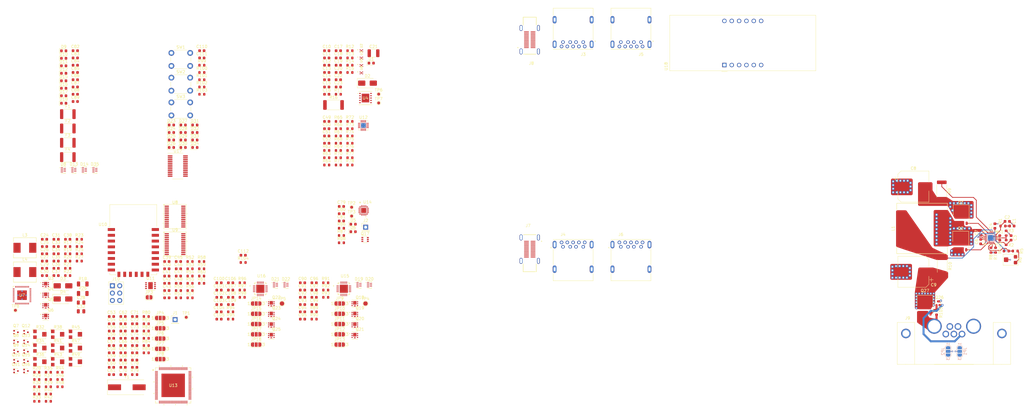
<source format=kicad_pcb>
(kicad_pcb (version 20221018) (generator pcbnew)
  (layers (0 "F.Cu" mixed) (1 "In1.Cu" power) (2 "In2.Cu" power) (31 "B.Cu" mixed) (34 "B.Paste" user) (35 "F.Paste" user) (36 "B.SilkS" user "B.Silkscreen") (37 "F.SilkS" user "F.Silkscreen") (38 "B.Mask" user) (39 "F.Mask" user) (44 "Edge.Cuts" user))
  (net 0 "")
  (net 1 "/12-21V INPUT BOOST CONVERTER/21V_COMP_1")
  (net 2 "GND")
  (net 3 "21V_COMP")
  (net 4 "/12-21V INPUT BOOST CONVERTER/VREF")
  (net 5 "CAR_12V_IN")
  (net 6 "/12-21V INPUT BOOST CONVERTER/SS")
  (net 7 "/12-21V INPUT BOOST CONVERTER/21V_VCC")
  (net 8 "/12-21V INPUT BOOST CONVERTER/HB")
  (net 9 "/12-21V INPUT BOOST CONVERTER/SW")
  (net 10 "21V_CSN")
  (net 11 "+5V")
  (net 12 "USB-A BUCK CLOCK IN")
  (net 13 "/5V USB-A AND MCU POWER/5V_SS")
  (net 14 "+3V3")
  (net 15 "+21V")
  (net 16 "/5V USB-A AND MCU POWER/5V_BOOT")
  (net 17 "/5V USB-A AND MCU POWER/5V_SW")
  (net 18 "5V_CSN")
  (net 19 "+1V2")
  (net 20 "F_USB-C_BUCK_OUT")
  (net 21 "Net-(C25-Pad2)")
  (net 22 "Net-(U7-COMP1)")
  (net 23 "Net-(U7-SS1)")
  (net 24 "Net-(U7-RES)")
  (net 25 "Net-(Q3-S)")
  (net 26 "Net-(D3-K)")
  (net 27 "Net-(D3-A)")
  (net 28 "Net-(U7-DITH)")
  (net 29 "Net-(D4-K)")
  (net 30 "Net-(Q5-S)")
  (net 31 "Net-(U7-SS2)")
  (net 32 "Net-(U7-COMP2)")
  (net 33 "Net-(C37-Pad1)")
  (net 34 "B_USB-C_BUCK_OUT")
  (net 35 "RST")
  (net 36 "ESP_IO0")
  (net 37 "Net-(U12-DECAP)")
  (net 38 "Net-(U13B-XTALI{slash}CLKIN)")
  (net 39 "Net-(U13B-XTALO)")
  (net 40 "/USBA_PORTS/P4_RX_P")
  (net 41 "Net-(J4-STDA_SSRX+)")
  (net 42 "Net-(J4-STDA_SSRX-)")
  (net 43 "/USBA_PORTS/P4_RX_N")
  (net 44 "/USBA_PORTS/P2_RX_P")
  (net 45 "Net-(J3-STDA_SSRX+)")
  (net 46 "Net-(J3-STDA_SSRX-)")
  (net 47 "/USBA_PORTS/P2_RX_N")
  (net 48 "/USBA_PORTS/P5_RX_P")
  (net 49 "Net-(J6-STDA_SSRX+)")
  (net 50 "Net-(J6-STDA_SSRX-)")
  (net 51 "/USBA_PORTS/P5_RX_N")
  (net 52 "/USBA_PORTS/P3_RX_P")
  (net 53 "Net-(J5-STDA_SSRX+)")
  (net 54 "Net-(J5-STDA_SSRX-)")
  (net 55 "/USBA_PORTS/P3_RX_N")
  (net 56 "Net-(J7-TX1-)")
  (net 57 "UFP_3_TXA_N")
  (net 58 "UFP_3_TXA_P")
  (net 59 "Net-(J7-TX1+)")
  (net 60 "Net-(J7-TX2-)")
  (net 61 "UFP_3_TXB_N")
  (net 62 "UFP_3_TXB_P")
  (net 63 "Net-(J7-TX2+)")
  (net 64 "Net-(U15-V_MCUPWR)")
  (net 65 "Net-(U15-BYPASS)")
  (net 66 "Net-(JP11-C)")
  (net 67 "Net-(J8-RX1-)")
  (net 68 "DFP_3_RXB_N")
  (net 69 "DFP_3_RXB_P")
  (net 70 "Net-(J8-RX1+)")
  (net 71 "Net-(J8-TX2-)")
  (net 72 "DFP_3_TXB_N")
  (net 73 "DFP_3_TXB_P")
  (net 74 "Net-(J8-TX2+)")
  (net 75 "Net-(U16-V_MCUPWR)")
  (net 76 "Net-(U16-BYPASS)")
  (net 77 "Net-(JP16-C)")
  (net 78 "GNDS")
  (net 79 "Net-(D1-K)")
  (net 80 "Net-(D5-K)")
  (net 81 "Net-(D5-A)")
  (net 82 "Net-(D6-K)")
  (net 83 "Net-(D6-A)")
  (net 84 "/USBA_PORTS/P2_2_P")
  (net 85 "/USBA_PORTS/P2_2_N")
  (net 86 "/USBA_PORTS/P2_TX_P")
  (net 87 "/USBA_PORTS/P2_TX_N")
  (net 88 "Net-(D11-K)")
  (net 89 "Net-(D9-A)")
  (net 90 "Net-(D10-K)")
  (net 91 "Net-(D10-A)")
  (net 92 "/USBA_PORTS/P5_2_P")
  (net 93 "/USBA_PORTS/P5_2_N")
  (net 94 "/USBA_PORTS/P5_TX_P")
  (net 95 "/USBA_PORTS/P5_TX_N")
  (net 96 "/USBA_PORTS/P3_2_P")
  (net 97 "/USBA_PORTS/P3_2_N")
  (net 98 "/USBA_PORTS/P3_TX_P")
  (net 99 "/USBA_PORTS/P3_TX_N")
  (net 100 "Net-(D15-K)")
  (net 101 "Net-(D15-A)")
  (net 102 "Net-(D16-K)")
  (net 103 "Net-(D16-A)")
  (net 104 "UFP_2_P")
  (net 105 "UFP_2_N")
  (net 106 "UFP_3_RXA_P")
  (net 107 "UFP_3_RXA_N")
  (net 108 "UFP_3_RXB_N")
  (net 109 "UFP_3_RXB_P")
  (net 110 "UFP_CC1")
  (net 111 "UFP_CC2")
  (net 112 "DFP_2_P")
  (net 113 "DFP_2_N")
  (net 114 "DFP_3_TXA_P")
  (net 115 "DFP_3_TXA_N")
  (net 116 "DFP_3_RXA_P")
  (net 117 "DFP_3_RXA_N")
  (net 118 "DFP_CC1")
  (net 119 "DFP_CC2")
  (net 120 "DISP_DIG_7")
  (net 121 "DISP_SEG_A")
  (net 122 "DISP_SEG_B")
  (net 123 "DISP_SEG_C")
  (net 124 "DISP_SEG_D")
  (net 125 "DISP_SEG_E")
  (net 126 "DISP_SEG_F")
  (net 127 "DISP_SEG_G")
  (net 128 "DISP_DIG_6")
  (net 129 "/USBA_PORTS/P4_2_P")
  (net 130 "/USBA_PORTS/P4_2_N")
  (net 131 "/USBA_PORTS/P4_TX_P")
  (net 132 "/USBA_PORTS/P4_TX_N")
  (net 133 "Net-(J1-Pin_1)")
  (net 134 "UART_RST")
  (net 135 "UFP_VBUS")
  (net 138 "DFP_VBUS")
  (net 141 "CAN_H")
  (net 142 "CAN_L")
  (net 143 "Net-(Q26-G)")
  (net 144 "DSUB_P_6")
  (net 145 "DSUB_P_7")
  (net 146 "ESP_TX")
  (net 147 "ESP_RX")
  (net 148 "I2C_SCL")
  (net 149 "IOX_0_P_0_1")
  (net 150 "I2C_SDA")
  (net 151 "IOX_0_P_0_0")
  (net 152 "Net-(JP3-A)")
  (net 153 "Net-(JP4-C)")
  (net 154 "Net-(JP5-C)")
  (net 155 "Net-(JP6-C)")
  (net 156 "Net-(JP7-C)")
  (net 157 "Net-(JP8-C)")
  (net 158 "Net-(JP9-A)")
  (net 159 "Net-(JP10-A)")
  (net 160 "UFP_CC_CTRL")
  (net 161 "Net-(JP12-A)")
  (net 162 "Net-(JP12-C)")
  (net 163 "Net-(JP12-B)")
  (net 164 "Net-(JP13-C)")
  (net 165 "Net-(JP14-A)")
  (net 166 "Net-(JP14-C)")
  (net 167 "DFP_CC_CTRL")
  (net 168 "Net-(JP17-A)")
  (net 169 "Net-(JP17-C)")
  (net 170 "Net-(JP17-B)")
  (net 171 "Net-(JP18-C)")
  (net 172 "/12-21V INPUT BOOST CONVERTER/CSN")
  (net 173 "F_USB-C_CSN")
  (net 174 "B_USB-C_CSN")
  (net 175 "/12-21V INPUT BOOST CONVERTER/HI_SW")
  (net 176 "/12-21V INPUT BOOST CONVERTER/LO_SW")
  (net 177 "Net-(Q3-G)")
  (net 178 "Net-(Q4-G)")
  (net 179 "Net-(Q5-G)")
  (net 180 "Net-(Q6-G)")
  (net 181 "Net-(Q7-D)")
  (net 182 "F_USB-C_BUCK_20V_SEL")
  (net 183 "Net-(Q8-D)")
  (net 184 "F_USB-C_BUCK_15V_SEL")
  (net 185 "Net-(Q9-D)")
  (net 186 "F_USB-C_BUCK_12V_SEL")
  (net 187 "Net-(Q10-D)")
  (net 188 "F_USB-C_BUCK_9V_SEL")
  (net 189 "Net-(Q11-D)")
  (net 190 "F_USB-C_BUCK_5V_SEL")
  (net 191 "Net-(Q12-D)")
  (net 192 "B_USB-C_BUCK_20V_SEL")
  (net 193 "Net-(Q13-D)")
  (net 194 "B_USB-C_BUCK_15V_SEL")
  (net 195 "Net-(Q14-D)")
  (net 196 "B_USB-C_BUCK_12V_SEL")
  (net 197 "Net-(Q15-D)")
  (net 198 "B_USB-C_BUCK_9V_SEL")
  (net 199 "Net-(Q16-D)")
  (net 200 "B_USB-C_BUCK_5V_SEL")
  (net 201 "Net-(Q17-B1)")
  (net 202 "Net-(Q17-B2)")
  (net 203 "Net-(Q18-G)")
  (net 204 "Net-(Q18-S)")
  (net 205 "Net-(Q19-G)")
  (net 206 "Net-(Q19-S)")
  (net 207 "Net-(Q22-G)")
  (net 208 "Net-(Q22-S)")
  (net 209 "Net-(Q23-G)")
  (net 210 "Net-(Q23-S)")
  (net 211 "Net-(Q26-D)")
  (net 212 "/12-21V INPUT BOOST CONVERTER/TRK")
  (net 213 "/12-21V INPUT BOOST CONVERTER/UVLO{slash}EN")
  (net 214 "Net-(R5-Pad2)")
  (net 215 "/12-21V INPUT BOOST CONVERTER/RT")
  (net 216 "MAIN BOOST CLOCK IN")
  (net 217 "/5V USB-A AND MCU POWER/5V_RT")
  (net 218 "/5V USB-A AND MCU POWER/5V_FB")
  (net 219 "F_SUB-C_BUCK_P-GOOD")
  (net 220 "Net-(U7-HO1)")
  (net 221 "USB-C_BUCK_CLK_IN")
  (net 222 "Net-(U7-RT)")
  (net 223 "Net-(R22-Pad2)")
  (net 224 "Net-(U7-HO2)")
  (net 225 "B_SUB-C_BUCK_P-GOOD")
  (net 226 "F_USB-C_BUCK_FB")
  (net 227 "Net-(R29-Pad2)")
  (net 228 "Net-(R31-Pad2)")
  (net 229 "Net-(R33-Pad2)")
  (net 230 "Net-(R35-Pad2)")
  (net 231 "Net-(R37-Pad2)")
  (net 232 "B_USB-C_BUCK_FB")
  (net 233 "Net-(R40-Pad2)")
  (net 234 "Net-(R42-Pad2)")
  (net 235 "Net-(R44-Pad2)")
  (net 236 "Net-(R46-Pad2)")
  (net 237 "Net-(R48-Pad2)")
  (net 238 "IOX1_INT")
  (net 239 "IOX0_INT")
  (net 240 "Net-(U10-ADC)")
  (net 241 "ESP_EN")
  (net 242 "Net-(U10-GPIO16)")
  (net 243 "Net-(U10-GPIO15)")
  (net 244 "Net-(U12-ADDR)")
  (net 245 "21V_ADC")
  (net 246 "21V_CSN_ADC")
  (net 247 "5V_ADC")
  (net 248 "5V_CSN_ADC")
  (net 249 "F_USB-C_BUCK_OUT_ADC")
  (net 250 "F_USB-C_CSN_ADC")
  (net 251 "B_USB-C_BUCK_OUT_ADC")
  (net 252 "B_USB-C_CSN_ADC")
  (net 253 "Net-(R80-Pad1)")
  (net 254 "Net-(U13C-SPI_DI{slash}GPIO9{slash}CFG_BC_EN)")
  (net 255 "Net-(U13B-RBAIS)")
  (net 256 "Net-(U13C-SPI_CE_N{slash}GPIO7{slash}CFG_NON_REM)")
  (net 257 "Net-(U13B-CFG_STRAP{slash}GPIO12)")
  (net 258 "Net-(R84-Pad2)")
  (net 259 "UFP_PD_INT")
  (net 260 "Net-(U15-EN_USBSRC)")
  (net 261 "DFP_PD_INT")
  (net 262 "Net-(U16-EN_USBSRC)")
  (net 263 "DISP_IRQ")
  (net 264 "Net-(U17-ISET)")
  (net 265 "SRC_BTN")
  (net 266 "UNIT_BTN")
  (net 267 "MODE_BTN")
  (net 268 "Net-(U13J-PRT_CTL6{slash}GPIO18)")
  (net 269 "Net-(U7-SYNCOUT)")
  (net 270 "21V_PGOOD")
  (net 272 "F_USB-C_BUCK_EN")
  (net 273 "B_USB-C_BUCK_EN")
  (net 274 "CAN_SILENT")
  (net 280 "DFP_C_ATTACH_1")
  (net 281 "HUB_VBUS_DET")
  (net 282 "UFP_C_ATTACH_0")
  (net 283 "ADC_ALERT")
  (net 284 "CAN_RX")
  (net 285 "CAN_TX")
  (net 295 "/USB_UART/USB_UART_P")
  (net 296 "/USB_UART/USB_UART_N")
  (net 297 "DFP_CC_ORIENT")
  (net 298 "UFP_CC_ORIENT")
  (net 301 "USB_HUB_GPIO69")
  (net 303 "USB_HUB_GPIO66")
  (net 313 "DISP_DIG_0")
  (net 314 "DISP_DIG_1")
  (net 315 "DISP_DIG_2")
  (net 316 "DISP_DIG_3")
  (net 320 "DISP_SEG_DP")
  (net 321 "Net-(J9-Pad1)")
  (footprint "Diode_SMD:D_0603_1608Metric" (layer "F.Cu") (at 76.13 56.05)
    (fp_text reference "D26")
    (fp_text value "BACK USBC POWER")
  )
  (footprint "Capacitor_SMD:C_0603_1608Metric" (layer "F.Cu") (at 55.39 114.49)
    (fp_text reference "C53")
    (fp_text value "10uF")
  )
  (footprint "Capacitor_SMD:C_0603_1608Metric" (layer "F.Cu") (at 55.39 132.06)
    (fp_text reference "C60")
    (fp_text value "0.1uF")
  )
  (footprint "Capacitor_SMD:C_0603_1608Metric" (layer "F.Cu") (at 42.89 25.1)
    (fp_text reference "C83")
    (fp_text value "0.1uF")
  )
  (footprint "Capacitor_SMD:C_0603_1608Metric" (layer "F.Cu") (at 355.9125 88.6 -90)
    (fp_text reference "C6")
    (fp_text value "4.7uF")
  )
  (footprint "Capacitor_SMD:C_0603_1608Metric" (layer "F.Cu") (at 59.4 114.49)
    (fp_text reference "C62")
    (fp_text value "0.1uF")
  )
  (footprint "Capacitor_SMD:C_0603_1608Metric" (layer "F.Cu") (at 36.26 90.3)
    (fp_text reference "C33")
    (fp_text value "2.2uF")
  )
  (footprint "Capacitor_SMD:C_0603_1608Metric" (layer "F.Cu") (at 32.25 100.34)
    (fp_text reference "C30")
    (fp_text value "50uF")
  )
  (footprint "Resistor_SMD:R_0603_1608Metric" (layer "F.Cu") (at 33.58 136.27)
    (fp_text reference "R37")
    (fp_text value "5K")
  )
  (footprint "Resistor_SMD:R_0603_1608Metric" (layer "F.Cu") (at 134.9 86.48)
    (fp_text reference "R87")
    (fp_text value "330R")
  )
  (footprint "Diode_SMD:D_0603_1608Metric" (layer "F.Cu") (at 138.95 82.58)
    (fp_text reference "D5")
    (fp_text value "LED")
  )
  (footprint "Connector_PinHeader_2.54mm:PinHeader_1x01_P2.54mm_Vertical" (layer "F.Cu") (at 77.4 115.56)
    (fp_text reference "J1")
    (fp_text value "~")
  )
  (footprint "Resistor_SMD:R_0603_1608Metric" (layer "F.Cu") (at 78.55 108.03)
    (fp_text reference "R51")
    (fp_text value "10K")
  )
  (footprint "Capacitor_SMD:C_0603_1608Metric" (layer "F.Cu") (at 355.9125 85.5 90)
    (fp_text reference "C7")
    (fp_text value "0.1uF")
  )
  (footprint "Capacitor_SMD:C_0603_1608Metric" (layer "F.Cu") (at 92.58 115.38)
    (fp_text reference "C105")
    (fp_text value "2.2uF")
  )
  (footprint "CARTHING:TRANS_PMPB11EN_115" (layer "F.Cu") (at 32.645 110.7625)
    (fp_text reference "Q5")
    (fp_text value "PMPB11EN,115")
  )
  (footprint "Diode_SMD:D_0603_1608Metric" (layer "F.Cu") (at 80.18 50.87)
    (fp_text reference "D28")
    (fp_text value "USBA POWER")
  )
  (footprint "Resistor_SMD:R_0603_1608Metric" (layer "F.Cu") (at 133.83 54.58)
    (fp_text reference "R68")
    (fp_text value "5K")
  )
  (footprint "Diode_SMD:D_0603_1608Metric" (layer "F.Cu") (at 38.88 27.81)
    (fp_text reference "D11")
    (fp_text value "uClamp0501H")
  )
  (footprint "CARTHING:TRANS_PMPB11EN_115" (layer "F.Cu") (at 139.525 110.0585)
    (fp_text reference "Q18")
    (fp_text value "PMOS")
  )
  (footprint "Capacitor_SMD:C_0603_1608Metric" (layer "F.Cu") (at 55.39 117)
    (fp_text reference "C54")
    (fp_text value "10uF")
  )
  (footprint "Potentiometer_SMD:Potentiometer_Bourns_TC33X_Vertical" (layer "F.Cu") (at 36.89 120.63)
    (fp_text reference "R38")
    (fp_text value "10K")
  )
  (footprint "Resistor_SMD:R_0603_1608Metric" (layer "F.Cu") (at 67.42 127.04)
    (fp_text reference "R85")
    (fp_text value "100K")
  )
  (footprint "Resistor_SMD:R_0603_1608Metric" (layer "F.Cu") (at 86.64 35.14)
    (fp_text reference "R102")
    (fp_text value "10K")
  )
  (footprint "Capacitor_SMD:C_0603_1608Metric" (layer "F.Cu") (at 360.8125 83.2 90)
    (fp_text reference "C4")
    (fp_text value "470pF")
  )
  (footprint "CARTHING:PUSB3AB6Z_NEX" (layer "F.Cu") (at 49.6535 63.7901)
    (fp_text reference "D35")
    (fp_text value "~")
  )
  (footprint "Potentiometer_SMD:Potentiometer_Bourns_TC33X_Vertical" (layer "F.Cu") (at 36.89 130.13)
    (fp_text reference "R43")
    (fp_text value "10K")
  )
  (footprint "CARTHING:VREG_NCP170AMX300TCG" (layer "F.Cu") (at 141.795 27.71)
    (fp_text reference "U5")
    (fp_text value "NCP177AMX120TCG")
  )
  (footprint "Resistor_SMD:R_0603_1608Metric" (layer "F.Cu") (at 33.58 133.76)
    (fp_text reference "R35")
    (fp_text value "10K")
  )
  (footprint "Resistor_SMD:R_0603_1608Metric" (layer "F.Cu") (at 133.83 59.6)
    (fp_text reference "R70")
    (fp_text value "5K")
  )
  (footprint "Fuse:Fuse_1812_4532Metric" (layer "F.Cu") (at 40.31 59.38)
    (fp_text reference "F4")
    (fp_text value "1A")
  )
  (footprint "Resistor_SMD:R_0603_1608Metric" (layer "F.Cu") (at 67.42 124.53)
    (fp_text reference "R84")
    (fp_text value "100K")
  )
  (footprint "Resistor_SMD:R_0603_1608Metric" (layer "F.Cu") (at 134.9 83.97)
    (fp_text reference "R86")
    (fp_text value "10K")
  )
  (footprint "Resistor_SMD:R_0603_1608Metric" (layer "F.Cu") (at 44.28 90.3)
    (fp_text reference "R24")
    (fp_text value "470R")
  )
  (footprint "Resistor_SMD:R_0603_1608Metric" (layer "F.Cu") (at 100.6 107.85)
    (fp_text reference "R98")
    (fp_text value "10K")
  )
  (footprint "Package_TO_SOT_SMD:SOT-416" (layer "F.Cu") (at 25.84 119.93)
    (fp_text reference "Q12")
    (fp_text value "NMOS")
  )
  (footprint "Button_Switch_THT:SW_PUSH_6mm" (layer "F.Cu") (at 76.11 40.46)
    (fp_text reference "SW3")
    (fp_text value "SW_Push")
  )
  (footprint "Capacitor_SMD:C_0603_1608Metric" (layer "F.Cu") (at 133.83 22.59)
    (fp_text reference "C17")
    (fp_text value "4.7uF")
  )
  (footprint "RF_Module:ESP-12E" (layer "F.Cu") (at 62.96 87.91)
    (fp_text reference "U10")
    (fp_text value "ESP-12F")
  )
  (footprint "PCM_Package_SO_AKL:TSSOP-24_4.4x7.8mm_P0.65mm" (layer "F.Cu") (at 77.376 89.465)
    (fp_text reference "U9")
    (fp_text value "PI4IOE5V6416LEX" hide)
  )
  (footprint "Capacitor_SMD:C_0603_1608Metric" (layer "F.Cu") (at 129.82 37.65)
    (fp_text reference "C16")
    (fp_text value "0.1uF")
  )
  (footprint "Resistor_SMD:R_1206_3216Metric" (layer "F.Cu") (at 45.46 106.53)
    (fp_text reference "R26")
    (fp_text value "10mR")
  )
  (footprint "Resistor_SMD:R_0603_1608Metric" (layer "F.Cu") (at 40.27 100.34)
    (fp_text reference "R22")
    (fp_text value "10K")
  )
  (footprint "Resistor_SMD:R_0603_1608Metric" (layer "F.Cu") (at 78.55 105.52)
    (fp_text reference "R50")
    (fp_text value "10K")
  )
  (footprint "Resistor_SMD:R_0603_1608Metric" (layer "F.Cu") (at 129.82 57.09)
    (fp_text reference "R62")
    (fp_text value "0R")
  )
  (footprint "Capacitor_SMD:C_0603_1608Metric" (layer "F.Cu") (at 63.41 119.51)
    (fp_text reference "C73")
    (fp_text value "0.1uF")
  )
  (footprint "Resistor_SMD:R_0603_1608Metric" (layer "F.Cu") (at 86.57 100.5)
    (fp_text reference "R60")
    (fp_text value "10k")
  )
  (footprint "CARTHING:PUSB3AB6Z_NEX" (layer "F.Cu") (at 46.0159 63.7901)
    (fp_text reference "D14")
    (fp_text value "~")
  )
  (footprint "Resistor_SMD:R_0603_1608Metric" (layer "F.Cu") (at 86.64 32.63)
    (fp_text reference "R101")
    (fp_text value "10K")
  )
  (footprint "Capacitor_SMD:C_0603_1608Metric" (layer "F.Cu") (at 134.9 81.46)
    (fp_text reference "C81")
    (fp_text value "0.1uF")
  )
  (footprint "CARTHING:VREG_NCP170AMX300TCG" (layer "F.Cu") (at 141.795 25.16)
    (fp_text reference "U3")
    (fp_text value "NCP177BMX330TCG")
  )
  (footprint "Resistor_SMD:R_0603_1608Metric" (layer "F.Cu") (at 137.84 30.12)
    (fp_text reference "R15")
    (fp_text value "56K")
  )
  (footprint "Capacitor_SMD:C_0603_1608Metric" (layer "F.Cu") (at 366.4125 87.3 90)
    (fp_text reference "C3")
    (fp_text value "470pF")
  )
  (footprint "CARTHING:PUSB3AB6Z_NEX" (layer "F.Cu") (at 112.0807 103.5101)
    (fp_text reference "D21")
    (fp_text value "~")
  )
  (footprint "Resistor_SMD:R_0603_1608Metric" (layer "F.Cu") (at 86.64 27.61)
    (fp_text reference "R99")
    (fp_text value "10K")
  )
  (footprint "CARTHING:PTN5100BSMP" (layer "F.Cu") (at 135.725 104.9)
    (fp_text reference "U15")
    (fp_text value "~")
  )
  (footprint "Capacitor_SMD:C_0603_1608Metric" (layer "F.Cu") (at 59.4 124.53)
    (fp_text reference "C66")
    (fp_text value "0.1uF")
  )
  (footprint "Resistor_SMD:R_0603_1608Metric" (layer "F.Cu") (at 67.42 122.02)
    (fp_text reference "R83")
    (fp_text value "100K")
  )
  (footprint "Capacitor_SMD:C_0603_1608Metric" (layer "F.Cu") (at 86.64 22.59)
    (fp_text reference "C110")
    (fp_text value "10uF")
  )
  (footprint "TestPoint:TestPoint_Pad_D1.5mm" (layer "F.Cu") (at 143.22 110)
    (fp_text reference "TP4")
    (fp_text value "TestPoint")
  )
  (footprint "Capacitor_SMD:CP_Elec_10x10.5" (layer "F.Cu") (at 332.65 69.55)
    (fp_text reference "C8")
    (fp_text value "ouput cap EEEFK1V471SP 470uf")
  )
  (footprint "CARTHING:TRANS_PMPB11EN_115" (layer "F.Cu") (at 139.525 121.0595)
    (fp_text reference "Q21")
    (fp_text value "PMOS")
  )
  (footprint "Capacitor_SMD:C_0603_1608Metric" (layer "F.Cu") (at 133.83 35.14)
    (fp_text reference "C23")
    (fp_text value "1uF")
  )
  (footprint "Resistor_SMD:R_0603_1608Metric" (layer "F.Cu") (at 40.27 97.83)
    (fp_text reference "R21")
    (fp_text value "0R")
  )
  (footprint "Jumper:SolderJumper-3_P1.3mm_Open_RoundedPad1.0x1.5mm_NumberLabels" (layer "F.Cu") (at 105.43 124.2)
    (fp_text reference "JP18")
    (fp_text value "~")
  )
  (footprint "Diode_SMD:D_SMA" (layer "F.Cu") (at 38.635 108.42)
    (fp_text reference "D4")
    (fp_text value "D_Shockley")
  )
  (footprint "Capacitor_SMD:C_0603_1608Metric" (layer "F.Cu") (at 40.27 87.79)
    (fp_text reference "C38")
    (fp_text value "4.7uF")
  )
  (footprint "Resistor_SMD:R_0603_1608Metric" (layer "F.Cu") (at 100.6 102.83)
    (fp_text reference "R96")
    (fp_text value "15R")
  )
  (footprint "PCM_Package_DFN_QFN_AKL:QFN-20-1EP_3.5x3.5mm_P0.5mm_EP2x2mm_ThermalVias" (layer "F.Cu") (at 359.4 87.3 -90)
    (fp_text reference "U1")
    (fp_text value "LM51231-Q1" hide)
  )
  (footprint "Resistor_SMD:R_0603_1608Metric" (layer "F.Cu") (at 37.59 138.78)
    (fp_text reference "R48")
    (fp_text value "5K")
  )
  (footprint "Resistor_SMD:R_0603_1608Metric" (layer "F.Cu") (at 125.46 112.87)
    (fp_text reference "R89")
    (fp_text value "10K")
  )
  (footprint "Capacitor_SMD:C_0603_1608Metric" (layer "F.Cu") (at 129.82 27.61)
    (fp_text reference "C12")
    (fp_text value "10pF")
  )
  (footprint "Capacitor_SMD:C_0603_1608Metric" (layer "F.Cu") (at 133.83 25.1)
    (fp_text reference "C18")
    (fp_text value "0.1uF")
  )
  (footprint "Resistor_SMD:R_0603_1608Metric" (layer "F.Cu") (at 44.28 92.81)
    (fp_text reference "R25")
    (fp_text value "100K")
  )
  (footprint "Capacitor_SMD:C_0603_1608Metric" (layer "F.Cu") (at 32.25 92.81)
    (fp_text reference "C26")
    (fp_text value "18pF")
  )
  (footprint "Resistor_SMD:R_0603_1608Metric" (layer "F.Cu") (at 86.57 103.01)
    (fp_text reference "R61")
    (fp_text value "10k")
  )
  (footprint "Capacitor_SMD:C_0603_1608Metric" (layer "F.Cu") (at 74.54 100.5)
    (fp_text reference "C41")
    (fp_text value "0.1uF")
  )
  (footprint "Capacitor_SMD:C_0603_1608Metric" (layer "F.Cu") (at 78.55 103.01)
    (fp_text reference "C48")
    (fp_text value "10uF")
  )
  (footprint "Capacitor_SMD:C_0603_1608Metric" (layer "F.Cu") (at 134.9 76.44)
    (fp_text reference "C79")
    (fp_text value "10uF")
  )
  (footprint "Jumper:SolderJumper-3_P1.3mm_Open_RoundedPad1.0x1.5mm_NumberLabels" (layer "F.Cu") (at 134.3 117.1)
    (fp_text reference "JP11")
    (fp_text value "~")
  )
  (footprint "TestPoint:TestPoint_Pad_D1.5mm" (layer "F.Cu") (at 114.35 110)
    (fp_text reference "TP5")
    (fp_text value "TestPoint")
  )
  (footprint "Jumper:SolderJumper-3_P1.3mm_Open_RoundedPad1.0x1.5mm_NumberLabels" (layer "F.Cu") (at 72.25 129.21)
    (fp_text reference "JP8")
    (fp_text value "~")
  )
  (footprint "Potentiometer_SMD:Potentiometer_Bourns_TC33X_Vertical" (layer "F.Cu") (at 30.74 120.63)
    (fp_text reference "R32")
    (fp_text value "10K")
  )
  (footprint "Package_TO_SOT_SMD:SOT-416" (layer "F.Cu") (at 22.39 126.63)
    (fp_text reference "Q9")
    (fp_text value "NMOS")
  )
  (footprint "Resistor_SMD:R_0603_1608Metric" (layer "F.Cu") (at 364.7125 85.675 90)
    (fp_text reference "R3")
    (fp_text value "10K")
  )
  (footprint "Package_TO_SOT_SMD:SOT-416" (layer "F.Cu") (at 25.84 133.33)
    (fp_text reference "Q16")
    (fp_text value "NMOS")
  )
  (footprint "Diode_SMD:D_0603_1608Metric" (layer "F.Cu") (at 84.23 56.05)
    (fp_text reference "D34")
    (fp_text value "100W")
  )
  (footprint "Capacitor_SMD:C_0603_1608Metric" (layer "F.Cu") (at 55.39 127.04)
    (fp_text reference "C58")
    (fp_text value "18Pf")
  )
  (footprint "Resistor_SMD:R_0603_1608Metric" (layer "F.Cu") (at 137.84 59.6)
    (fp_text reference "R77")
    (fp_text value "10K")
  )
  (footprint "Diode_SMD:D_SMA" (layer "F.Cu") (at 143.915 33.81)
    (fp_text reference "D2")
    (fp_text value "SK510A-LTP")
  )
  (footprint "Capacitor_SMD:C_0603_1608Metric" (layer "F.Cu") (at 42.89 40.16)
    (fp_text reference "C89")
    (fp_text value "0.1uF")
  )
  (footprint "Capacitor_SMD:C_0603_1608Metric" (layer "F.Cu") (at 59.4 129.55)
    (fp_text reference "C68")
    (fp_text value "0.1uF")
  )
  (footprint "Connector_PinHeader_2.54mm:PinHeader_2x03_P2.54mm_Vertical" (layer "F.Cu") (at 55.71 103.86)
    (fp_text reference "J10")
    (fp_text value "PROG_PORT")
  )
  (footprint "Potentiometer_SMD:Potentiometer_Bourns_TC33X_Vertical" (layer "F.Cu") (at 43.04 120.63)
    (fp_text reference "R45")
    (fp_text value "10K")
  )
  (footprint "Capacitor_SMD:C_0603_1608Metric" (layer "F.Cu") (at 36.26 87.79)
    (fp_text reference "C31")
    (fp_text value "2.2uF")
  )
  (footprint "Capacitor_SMD:C_0603_1608Metric" (layer "F.Cu") (at 125.46 107.85)
    (fp_text reference "C98")
    (fp_text value "0.1uF")
  )
  (footprint "Capacitor_SMD:C_0603_1608Metric" (layer "F.Cu") (at 59.4 134.57)
    (fp_text reference "C70")
    (fp_text value "0.1uF")
  )
  (footprint "Resistor_SMD:R_0603_1608Metric" (layer "F.Cu") (at 133.83 62.11)
    (fp_text reference "R71")
    (fp_text value "10K")
  )
  (footprint "Resistor_SMD:R_0603_1608Metric" (layer "F.Cu") (at 63.41 134.57)
    (fp_text reference "R79")
    (fp_text value "10K")
  )
  (footprint "Capacitor_SMD:C_0603_1608Metric" (layer "F.Cu") (at 362.5125 87.3 -90)
    (fp_text reference "C5")
    (fp_text value "0.1uF")
  )
  (footprint "Package_TO_SOT_SMD:SOT-416" (layer "F.Cu") (at 22.39 119.93)
    (fp_text reference "Q7")
    (fp_text value "NMOS")
  )
  (footprint "Resistor_SMD:R_0603_1608Metric" (layer "F.Cu") (at 29.57 138.78)
    (fp_text reference "R30")
    (fp_text value "10K")
  )
  (footprint "Jumper:SolderJumper-3_P1.3mm_Open_RoundedPad1.0x1.5mm_NumberLabels" (layer "F.Cu") (at 134.3 124.2)
    (fp_text reference "JP13")
    (fp_text value "~")
  )
  (footprint "Capacitor_SMD:C_0603_1608Metric" (layer "F.Cu") (at 129.82 30.12)
    (fp_text reference "C13")
    (fp_text value "1uF")
  )
  (footprint "CARTHING:LMR14050" (layer "F.Cu") (at 143.2088 38.9599)
    (fp_text reference "U4")
    (fp_text value "LMR14050-Q1")
  )
  (footprint "Diode_SMD:D_0603_1608Metric" (layer "F.Cu") (at 38.88 40.76)
    (fp_text reference "D18")
    (fp_text value "uClamp0501H")
  )
  (footprint "Package_DFN_QFN:PQFN-8-EP_6x5mm_P1.27mm_Generic" (layer "F.Cu") (at 349.15 79.55 90)
    (fp_text reference "Q1")
    (fp_text value "NMOS")
  )
  (footprint "CARTHING:TRANS_PMPB11EN_115" (layer "F.Cu") (at 110.655 110.0585)
    (fp_text reference "Q22")
    (fp_text value "PMOS")
  )
  (footprint "Capacitor_SMD:C_0603_1608Metric" (layer "F.Cu") (at 78.55 95.48)
    (fp_text reference "C45")
    (fp_text value "0.1uF")
  )
  (footprint "CARTHING:QFN20_SIL" (layer "F.Cu") (at 142.5886 77.8186)
    (fp_text reference "U14")
    (fp_text value "CP2102N-QFN20")
  )
  (footprint "Resistor_SMD:R_0603_1608Metric" (layer "F.Cu") (at 137.84 47.05)
    (fp_text reference "R72")
    (fp_text value "1K")
  )
  (footprint "Package_TO_SOT_SMD:SOT-416" (layer "F.Cu") (at 22.39 129.98)
    (fp_text reference "Q10")
    (fp_text value "NMOS")
  )
  (footprint "Capacitor_SMD:C_0603_1608Metric" (layer "F.Cu") (at 74.54 103.01)
    (fp_text reference "C42")
    (fp_text value "0.1uF")
  )
  (footprint "Capacitor_SMD:C_0603_1608Metric" (layer "F.Cu") (at 42.89 35.14)
    (fp_text reference "C87")
    (fp_text value "0.1uF")
  )
  (footprint "Capacitor_SMD:C_0603_1608Metric" (layer "F.Cu") (at 129.82 22.59)
    (fp_text reference "C10")
    (fp_text value "1uF")
  )
  (footprint "Resistor_SMD:R_2512_6332Metric" (layer "F.Cu") (at 132.16 41.35)
    (fp_text reference "R16")
    (fp_text value "1.5mR")
  )
  (footprint "Resistor_SMD:R_0603_1608Metric" (layer "F.Cu") (at 133.83 49.56)
    (fp_text reference "R66")
    (fp_text value "1K")
  )
  (footprint "Resistor_SMD:R_0603_1608Metric" (layer "F.Cu") (at 86.57 97.99)
    (fp_text reference "R59")
    (fp_text value "120R")
  )
  (footprint "Button_Switch_THT:SW_PUSH_6mm" (layer "F.Cu") (at 76.11 31.91)
    (fp_text reference "SW2")
    (fp_text value "SW_Push")
  )
  (footprint "Package_TO_SOT_SMD:SOT-416" (layer "F.Cu") (at 22.39 123.28)
    (fp_text reference "Q8")
    (fp_text value "NMOS")
  )
  (footprint "Capacitor_SMD:CP_Elec_10x10.5" (layer "F.Cu") (at 332.65 99.05 180)
    (fp_text reference "C9")
    (fp_text value "120uF")
  )
  (footprint "Resistor_SMD:R_0603_1608Metric" (layer "F.Cu") (at 82.56 103.01)
    (fp_text reference "R55")
    (fp_text value "10K")
  )
  (footprint "Capacitor_SMD:C_0603_1608Metric" (layer "F.Cu") (at 92.58 102.83)
    (fp_text reference "C100")
    (fp_text value "10uF")
  )
  (footprint "Capacitor_SMD:C_0603_1608Metric" (layer "F.Cu") (at 36.26 92.81)
    (fp_text reference "C34")
    (fp_text value "0.1uF")
  )
  (footprint "Capacitor_SMD:C_0603_1608Metric" (layer "F.Cu") (at 42.89 37.65)
    (fp_text reference "C88")
    (fp_text value "0.1uF")
  )
  (footprint "Resistor_SMD:R_0603_1608Metric" (layer "F.Cu") (at 137.84 27.61)
    (fp_text reference "R14")
    (fp_text value "10K")
  )
  (footprint "Capacitor_SMD:C_0603_1608Metric" (layer "F.Cu") (at 36.26 95.32)
    (fp_text reference "C35")
    (fp_text value "1uF")
  )
  (footprint "Capacitor_SMD:C_0603_1608Metric" (layer "F.Cu") (at 59.4 127.04)
    (fp_text reference "C67")
    (fp_text value "0.1uF")
  )
  (footprint "Resistor_SMD:R_0603_1608Metric" (layer "F.Cu") (at 359.45 91.55 -90)
    (fp_text reference "R8")
    (fp_text value "0R")
  )
  (footprint "Capacitor_SMD:C_0603_1608Metric" (layer "F.Cu") (at 133.83 27.61)
    (fp_text reference "C19")
    (fp_text value "1uF")
  )
  (footprint "Resistor_SMD:R_0603_1608Metric" (layer "F.Cu") (at 82.56 97.99)
    (fp_text reference "R53")
    (fp_text value "470R")
  )
  (footprint "CARTHING:USB4200-03-A_REVA" (layer "F.Cu") (at 200 91.2)
    (fp_text reference "J7")
    (fp_text value "USB4200-03-A (VIRT FLAG MOUNTING)")
  )
  (footprint "CARTHING:TRANS_PMPB11EN_115" (layer "F.Cu") (at 32.645 107.0955)
    (fp_text reference "Q4")
    (fp_text value "PMPB11EN,115")
  )
  (footprint "Resistor_SMD:R_0603_1608Metric" (layer "F.Cu") (at 364.75 91.85)
    (fp_text reference "R4")
    (fp_text value "100K")
  )
  (footprint "Package_DFN_QFN:WQFN-16-1EP_3x3mm_P0.5mm_EP1.6x1.6mm_ThermalVias" (layer "F.Cu") (at 142.49 48.44)
    (fp_text reference "U12")
    (fp_text value "~")
  )
  (footprint "CARTHING:USB4200-03-A_REVA" (layer "F.Cu") (at 200 18.8 180)
    (fp_text reference "J8")
    (fp_text value "USB4200-03-A (VIRT FLAG MOUNTING)")
  )
  (footprint "Potentiometer_SMD:Potentiometer_Bourns_TC33X_Vertical" (layer "F.Cu") (at 30.74 130.13)
    (fp_text reference "R36")
    (fp_text value "10K")
  )
  (footprint "Capacitor_SMD:C_0603_1608Metric" (layer "F.Cu") (at 129.82 49.56)
    (fp_text reference "C50")
    (fp_text value "0.1uF")
  )
  (footprint "Capacitor_SMD:C_0603_1608Metric" (layer "F.Cu") (at 59.4 119.51)
    (fp_text reference "C64")
    (fp_text value "0.1uF")
  )
  (footprint "Capacitor_SMD:C_0603_1608Metric" (layer "F.Cu") (at 121.45 110.36)
    (fp_text reference "C93")
    (fp_text value "0.1uF")
  )
  (footprint "Capacitor_SMD:C_0603_1608Metric" (layer "F.Cu") (at 42.89 27.61)
    (fp_text reference "C84")
    (fp_text value "0.1uF")
  )
  (footprint "TestPoint:TestPoint_Pad_D1.0mm" (layer "F.Cu") (at 81.25 114.76)
    (fp_text reference "TP1")
    (fp_text value "TestPoint")
  )
  (footprint "CARTHING:TRANS_PMPB11EN_115" (layer "F.Cu") (at 139.525 113.7255)
    (fp_text reference "Q19")
    (fp_text value "PMOS")
  )
  (footprint "Capacitor_SMD:C_0603_1608Metric" (layer "F.Cu") (at 121.45 107.85)
    (fp_text reference "C92")
    (fp_text value "0.1uF")
  )
  (footprint "Resistor_SMD:R_0603_1608Metric" (layer "F.Cu") (at 340.65 113.05 90)
    (fp_text reference "R105")
    (fp_text value "100K")
  )
  (footprint "Resistor_SMD:R_0603_1608Metric" (layer "F.Cu") (at 96.59 112.87)
    (fp_text reference "R94")
    (fp_text value "10K")
  )
  (footprint "Potentiometer_SMD:Potentiometer_Bourns_TC33X_Vertical" (layer "F.Cu") (at 43.04 125.38)
    (fp_text reference "R47")
    (fp_text value "10K")
  )
  (footprint "Capacitor_SMD:C_0603_1608Metric" (layer "F.Cu") (at 365.0875 81.6)
    (fp_text reference "C2")
    (fp_text value "0.1uF")
  )
  (footprint "Jumper:SolderJumper-3_P1.3mm_Open_RoundedPad1.0x1.5mm_NumberLabels" (layer "F.Cu") (at 134.3 113.55)
    (fp_text reference "JP10")
    (fp_text value "~")
  )
  (footprint "CARTHING:IND25X25CZ" (layer "F.Cu") (at 25.4576 99.1221)
    (fp_text reference "L4")
    (fp_text value "IHLP2525CZER2R2M01")
  )
  (footprint "Resistor_SMD:R_0603_1608Metric" (layer "F.Cu") (at 137.84 52.07)
    (fp_text reference "R74")
    (fp_text value "1K")
  )
  (footprint "CARTHING:TRANS_PMPB11EN_115" (layer "F.Cu") (at 110.655 121.0595)
    (fp_text reference "Q25")
    (fp_text value "PMOS")
  )
  (footprint "Resistor_SMD:R_0603_1608Metric" (layer "F.Cu") (at 67.42 119.51)
    (fp_text reference "R82")
    (fp_text value "12K 1%")
  )
  (footprint "Capacitor_SMD:C_0603_1608Metric" (layer "F.Cu") (at 74.54 95.48)
    (fp_text reference "C39")
    (fp_text value "10uF")
  )
  (footprint "Resistor_SMD:R_0603_1608Metric" (layer "F.Cu") (at 133.83 57.09)
    (fp_text reference "R69")
    (fp_text value "10K")
  )
  (footprint "CARTHING:PUSB3AB6Z_NEX" (layer "F.Cu") (at 144.5883 103.5101)
    (fp_text reference "D20")
    (fp_text value "~")
  )
  (footprint "Capacitor_SMD:C_0603_1608Metric" (layer "F.Cu") (at 42.89 30.12)
    (fp_text reference "C85")
    (fp_text value "0.1uF")
  )
  (footprint "Capacitor_SMD:C_0603_1608Metric" (layer "F.Cu") (at 59.4 122.02)
    (fp_text reference "C65")
    (fp_text value "0.1uF")
  )
  (footprint "Package_TO_SOT_SMD:SOT-416" (layer "F.Cu") (at 341.15 109.9 90)
    (fp_text reference "Q26")
    (fp_text value "NMOS")
  )
  (footprint "Jumper:SolderJumper-3_P1.3mm_Open_RoundedPad1.0x1.5mm_NumberLabels" (layer "F.Cu") (at 72.25 122.11)
    (fp_text reference "JP6")
    (fp_text value "~")
  )
  (footprint "Resistor_SMD:R_0603_1608Metric" (layer "F.Cu") (at 33.58 143.8)
    (fp_text reference "R42")
    (fp_text value "22K")
  )
  (footprint "Resistor_SMD:R_0603_1608Metric" (layer "F.Cu") (at 133.83 37.65)
    (fp_text reference "R11")
    (fp_text value "10K")
  )
  (footprint "Resistor_SMD:R_0603_1608Metric" (layer "F.Cu") (at 33.58 138.78)
    (fp_text reference "R39")
    (fp_text value "10K")
  )
  (footprint "CARTHING:VQFN100_KD_MCH" (layer "F.Cu") (at 76.7322 138.2922)
    (fp_text reference "U13")
    (fp_text value "~")
  )
  (footprint "Resistor_SMD:R_0603_1608Metric" (layer "F.Cu") (at 82.56 100.5)
    (fp_text reference "R54")
    (fp_text value "10K")
  )
  (footprint "Resistor_SMD:R_0603_1608Metric" (layer "F.Cu") (at 40.27 90.3)
    (fp_text reference "R17")
    (fp_text value "5.9K")
  )
  (footprint "Resistor_SMD:R_0603_1608Metric" (layer "F.Cu") (at 134.9 88.99)
    (fp_text reference "R88")
    (fp_text value "330R")
  )
  (footprint "Diode_SMD:D_0603_1608Metric" (layer "F.Cu") (at 145.21 26.88)
    (fp_text reference "D1")
    (fp_text value "LED")
  )
  (footprint "Resistor_SMD:R_0603_1608Metric" (layer "F.Cu") (at 82.56 105.52)
    (fp_text reference "R56")
    (fp_text value "10K")
  )
  (footprint "Capacitor_SMD:C_0603_1608Metric" (layer "F.Cu") (at 129.82 32.63)
    (fp_text reference "C14")
    (fp_text value "1uF")
  )
  (footprint "Capacitor_SMD:C_0603_1608Metric" (layer "F.Cu") (at 74.54 97.99)
    (fp_text reference "C40")
    (fp_text value "10uF")
  )
  (footprint "Capacitor_SMD:C_0603_1608Metric" (layer "F.Cu") (at 55.39 129.55)
    (fp_text reference "C59")
    (fp_text value "0.1uF")
  )
  (footprint "Resistor_SMD:R_1206_3216Metric" (layer "F.Cu") (at 45.46 103.24)
    (fp_text reference "R18")
    (fp_text value "10mR")
  )
  (footprint "Resistor_SMD:R_0603_1608Metric" (layer "F.Cu") (at 137.84 62.11)
    (fp_text reference "R78")
    (fp_text value "1K")
  )
  (footprint "Resistor_SMD:R_0603_1608Metric" (layer "F.Cu") (at 29.57 141.29)
    (fp_text reference "R31")
    (fp_text value "22K")
  )
  (footprint "TestPoint:TestPoint_Pad_D1.0mm" (layer "F.Cu") (at 147.77 37.61)
    (fp_text reference "TP6")
    (fp_text value "TestPoint")
  )
  (footprint "Capacitor_SMD:C_0603_1608Metric" (layer "F.Cu") (at 96.59 107.85)
    (fp_text reference "C108")
    (fp_text value "0.1uF")
  )
  (footprint "Resistor_SMD:R_0603_1608Metric" (layer "F.Cu") (at 363.5875 83.2)
    (fp_text reference "R1")
    (fp_text value "35K")
  )
  (footprint "Resistor_SMD:R_0603_1608Metric" (layer "F.Cu") (at 137.84 25.1)
    (fp_text reference "R13")
    (fp_text value "1K")
  )
  (footprint "Resistor_SMD:R_0603_1608Metric" (layer "F.Cu") (at 29.57 136.27)
    (fp_text reference "R29")
    (fp_text value "30K")
  )
  (footprint "Package_SO:QSOP-24_3.9x8.7mm_P0.635mm" (layer "F.Cu") (at 78.32 62.47)
    (fp_text reference "U17")
    (fp_text value "AS1115-BSST")
  )
  (footprint "Button_Switch_THT:SW_PUSH_6mm" (layer "F.Cu") (at 76.11 23.36)
    (fp_text reference "SW1")
    (fp_text value "SW_Push")
  )
  (footprint "TestPoint:TestPoint_Pad_D1.0mm" (layer "F.Cu") (at 22.19 112.34)
    (fp_text reference "TP8")
    (fp_text value "TestPoint")
  )
  (footprint "Capacitor_SMD:C_0603_1608Metric" (layer "F.Cu") (at 32.25 97.83)
    (fp_text reference "C29")
    (fp_text value "0.1uF")
  )
  (footprint "CARTHING:VREG_NCP170AMX300TCG" (layer "F.Cu") (at 141.795 30.26)
    (fp_text reference "U6")
    (fp_text value "NCP177AMX120TCG")
  )
  (footprint "Package_TO_SOT_SMD:SOT-416" (layer "F.Cu") (at 25.84 123.28)
    (fp_text reference "Q13")
    (fp_text value "NMOS")
  )
  (footprint "Jumper:SolderJumper-3_P1.3mm_Open_RoundedPad1.0x1.5mm_NumberLabels" (layer "F.Cu") (at 105.43 113.55)
    (fp_text reference "JP15")
    (fp_text value "~")
  )
  (footprint "Resistor_SMD:R_0603_1608Metric" (layer "F.Cu") (at 67.42 114.49)
    (fp_text reference "R80")
    (fp_text value "100K")
  )
  (footprint "Capacitor_SMD:C_1210_3225Metric" (layer "F.Cu") (at 145.99 23.46)
    (fp_text reference "C21")
    (fp_text value "15uF CGA6P3X7R1C156M250AB")
  )
  (footprint "CARTHING:PTN5100BSMP" (layer "F.Cu") (at 106.855 104.9)
    (fp_text reference "U16")
    (fp_text value "~")
  )
  (footprint "Capacitor_SMD:C_0603_1608Metric" (layer "F.Cu") (at 63.41 122.02)
    (fp_text reference "C74")
    (fp_text value "0.1uF")
  )
  (footprint "Capacitor_SMD:C_0603_1608Metric" (layer "F.Cu") (at 55.39 122.02)
    (fp_text reference "C56")
    (fp_text value "0.1uF")
  )
  (footprint "Package_TO_SOT_SMD:SOT-416" (layer "F.Cu") (at 25.84 129.98)
    (fp_text reference "Q15")
    (fp_text value "NMOS")
  )
  (footprint "Jumper:SolderJumper-3_P1.3mm_Open_RoundedPad1.0x1.5mm_NumberLabels" (layer "F.Cu") (at 105.43 117.1)
    (fp_text reference "JP16")
    (fp_text value "~")
  )
  (footprint "Diode_SMD:D_0603_1608Metric" (layer "F.Cu") (at 84.23 48.28)
    (fp_text reference "D31")
    (fp_text value "20W")
  )
  (footprint "Capacitor_SMD:C_0603_1608Metric" (layer "F.Cu") (at 32.25 95.32)
    (fp_text reference "C27")
    (fp_text value "1uF")
  )
  (footprint "Resistor_SMD:R_0603_1608Metric" (layer "F.Cu") (at 86.57 95.48)
    (fp_text reference "R58")
    (fp_text value "10K")
  )
  (footprint "Diode_SMD:D_0603_1608Metric" (layer "F.Cu") (at 80.18 53.46)
    (fp_text reference "D29")
    (fp_text value "TOTAL SYSTEM POWER")
  )
  (footprint "Capacitor_SMD:C_0603_1608Metric" (layer "F.Cu") (at 42.89 32.63)
    (fp_text reference "C86")
    (fp_text value "0.1uF")
  )
  (footprint "Capacitor_SMD:C_0603_1608Metric" (layer "F.Cu") (at 129.82 52.07)
    (fp_text reference "C51")
    (fp_text value "0.1uF")
  )
  (footprint "Diode_SMD:D_0603_1608Metric" (layer "F.Cu") (at 76.13 50.87)
    (fp_text reference "D24")
    (fp_text value "A")
  )
  (footprint "Package_DFN_QFN:PQFN-8-EP_6x5mm_P1.27mm_Generic" (layer "F.Cu") (at 336.65 110.85 90)
    (fp_text reference "Q27")
    (fp_text value "AON7421")
  )
  (footprint "Diode_SMD:D_0603_1608Metric" (layer "F.Cu") (at 38.88 32.99)
    (fp_text reference "D15")
    (fp_text value "D")
  )
  (footprint "Resistor_SMD:R_0603_1608Metric" (layer "F.Cu") (at 37.59 136.27)
    (fp_text reference "R46")
    (fp_text value "10K")
  )
  (footprint "Capacitor_SMD:C_0603_1608Metric" (layer "F.Cu") (at 129.82 47.05)
    (fp_text reference "C49")
    (fp_text value "1uF")
  )
  (footprint "CARTHING:IND25X25CZ" (layer "F.Cu") (at 25.4576 90.7307)
    (fp_text reference "L3")
    (fp_text value "IHLP2525CZER2R2M01")
  )
  (footprint "Jumper:SolderJumper-2_P1.3mm_Open_RoundedPad1.0x1.5mm" (layer "F.Cu") (at 68.41 107.86)
    (fp_text reference "JP3")
    (fp_text value "~")
  )
  (footprint "Package_TO_SOT_SMD:SOT-416" (layer "F.Cu") (at 22.39 133.33)
    (fp_text reference "Q11")
    (fp_text value "NMOS")
  )
  (footprint "Resistor_SMD:R_0603_1608Metric" (layer "F.Cu") (at 37.59 133.76)
    (fp_text reference "R44")
    (fp_text value "10K")
  )
  (footprint "Resistor_SMD:R_0603_1608Metric" (layer "F.Cu") (at 29.57 133.76)
    (fp_text reference "R28")
    (fp_text value "10K")
  )
  (footprint "Capacitor_SMD:C_0603_1608Metric" (layer "F.Cu") (at 59.4 117)
    (fp_text reference "C63")
    (fp_text value "0.1uF")
  )
  (footprint "Diode_SMD:D_0603_1608Metric" (layer "F.Cu") (at 84.23 50.87)
    (fp_text reference "D32")
    (fp_text value "40W")
  )
  (footprint "Resistor_SMD:R_0603_1608Metric" (layer "F.Cu") (at 40.27 95.32)
    (fp_text reference "R20")
    (fp_text value "RHO1")
  )
  (footprint "Potentiometer_SMD:Potentiometer_Bourns_TC33X_Vertical" (layer "F.Cu") (at 43.04 130.13)
    (fp_text reference "R49")
    (fp_text value "10K")
  )
  (footprint "Potentiometer_SMD:Potentiometer_Bourns_TC33X_Vertical" (layer "F.Cu") (at 30.74 125.38)
    (fp_text reference "R34")
    (fp_text value "10K")
  )
  (footprint "Jumper:SolderJumper-3_P1.3mm_Open_RoundedPad1.0x1.5mm_NumberLabels" (layer "F.Cu") (at 134.3 120.65)
    (fp_text reference "JP12")
    (fp_text value "~")
  )
  (footprint "Diode_SMD:D_0603_1608Metric" (layer "F.Cu") (at 38.88 35.58)
    (fp_text reference "D16")
    (fp_text value "D")
  )
  (footprint "Fuse:Fuse_1812_4532Metric" (layer "F.Cu") (at 40.31 54.43)
    (fp_text reference "F3")
    (fp_text value "2A")
  )
  (footprint "CARTHING:PUSB3AB6Z_NEX" (layer "F.Cu") (at 140.9507 103.5101)
    (fp_text reference "D19")
    (fp_text value "~")
  )
  (footprint "CARTHING:PUSB3AB6Z_NEX" (layer "F.Cu") (at 115.7183 103.5101)
    (fp_text reference "D22")
    (fp_text value "~")
  )
  (footprint "Resistor_SMD:R_0603_1608Metric" (layer "F.Cu") (at 137.84 22.59)
    (fp_text reference "R12")
    (fp_text value "10K")
  )
  (footprint "Capacitor_SMD:C_0603_1608Metric" (layer "F.Cu") (at 96.59 102.83)
    (fp_text reference "C106")
    (fp_text value "0.1uF")
  )
  (footprint "Resistor_SMD:R_0603_1608Metric" (layer "F.Cu") (at 361.05 91.55 90)
    (fp_text reference "R7")
    (fp_text value "10K")
  )
  (footprint "Jumper:SolderJumper-3_P1.3mm_Open_RoundedPad1.0x1.5mm_NumberLabels" (layer "F.Cu") (at 105.43 110)
    (fp_text reference "JP14")
    (fp_text value "~")
  )
  (footprint "Display_7Segment:CA56-12CGKWA" (layer "F.Cu") (at 267.3 27.5425 90)
    (fp_text reference "U18")
    (fp_text value "LTC-5723HR")
  )
  (footprint "Resistor_SMD:R_0603_1608Metric" (layer "F.Cu") (at 100.6 105.34)
    (fp_text reference "R97")
    (fp_text value "10K")
  )
  (footprint "CARTHING:TRANS_PMPB11EN_115" (layer "F.Cu") (at 32.645 114.4295)
    (fp_text reference "Q6")
    (fp_text value "PMPB11EN,115")
  )
  (footprint "Resistor_SMD:R_0603_1608Metric" (layer "F.Cu") (at 367.85 91.85)
    (fp_text reference "R5")
    (fp_text value "10K")
  )
  (footprint "Capacitor_SMD:C_0603_1608Metric" (layer "F.Cu") (at 63.41 114.49)
    (fp_text reference "C71")
    (fp_text value "0.1uF")
  )
  (footprint "Jumper:SolderJumper-3_P1.3mm_Open_RoundedPad1.0x1.5mm_NumberLabels" (layer "F.Cu") (at 105.43 120.65)
    (fp_text reference "JP17")
    (fp_text value "~")
  )
  (footprint "Capacitor_SMD:C_0603_1608Metric" (layer "F.Cu") (at 92.58 110.36)
    (fp_text reference "C103")
    (fp_text value "0.1uF")
  )
  (footprint "Resistor_SMD:R_0603_1608Metric" (layer "F.Cu") (at 82.56 95.48)
    (fp_text reference "R52")
    (fp_text value "10k")
  )
  (footprint "Capacitor_SMD:C_0603_1608Metric" (layer "F.Cu") (at 36.26 97.83)
    (fp_text reference "C36")
    (fp_text value "18pF")
  )
  (footprint "CARTHING:TRANS_PMPB11EN_115" (layer "F.Cu") (at 139.525 117.3925)
    (fp_text reference "Q20")
    (fp_text value "PMOS")
  )
  (footprint "Resistor_SMD:R_0603_1608Metric" (layer "F.Cu") (at 96.59 115.38)
    (fp_text reference "R95")
    (fp_text value "15R")
  )
  (footprint "Capacitor_SMD:C_0603_1608Metric" (layer "F.Cu") (at 129.82 25.1)
    (fp_text reference "C11")
    (fp_text value "1uF")
  )
  (footprint "Capacitor_SMD:C_0603_1608Metric" (layer "F.Cu") (at 59.4 132.06)
    (fp_text reference "C69")
    (fp_text value "0.1uF")
  )
  (footprint "Capacitor_SMD:C_0603_1608Metric" (layer "F.Cu") (at 129.82 54.58)
    (fp_text reference "C52")
    (fp_text value "10uF")
  )
  (footprint "Capacitor_SMD:C_0603_1608Metric" (layer "F.Cu") (at 55.39 119.51)
    (fp_text reference "C55")
    (fp_text value "0.1uF")
  )
  (footprint "Capacitor_SMD:C_0603_1608Metric" (layer "F.Cu") (at 92.58 112.87)
    (fp_text reference "C104")
    (fp_text value "0.1uF")
  )
  (footprint "Capacitor_SMD:C_0603_1608Metric" (layer "F.Cu") (at 55.39 124.53)
    (fp_text reference "C57")
    (fp_text value "18pF")
  )
  (footprint "Resistor_SMD:R_0603_1608Metric" (layer "F.Cu") (at 86.64 37.65)
    (fp_text reference "R103")
    (fp_text value "10K")
  )
  (footprint "Diode_SMD:D_0603_1608Metric" (layer "F.Cu") (at 138.95 85.17)
    (fp_text reference "D6")
    (fp_text value "LED")
  )
  (footprint "Resistor_SMD:R_0603_1608Metric" (layer "F.Cu") (at 40.27 92.81)
    (fp_text reference "R19")
    (fp_text value "100K")
  )
  (footprint "Resistor_SMD:R_2512_6332Metric" (layer "F.Cu") (at 342.65 97.05 -90)
    (fp_text reference "R10")
    (fp_text value "1.5mR")
  )
  (footprint "Capacitor_SMD:C_0603_1608Metric" (layer "F.Cu") (at 32.25 87.79)
    (fp_text reference "C24")
    (fp_text value "4.7uF")
  )
  (footprint "CARTHING:PUSB3AB6Z_NEX" (layer "F.Cu") (at 42.3783 63.7901)
    (fp_text reference "D13")
    (fp_text value "~")
  )
  (footprint "Capacitor_SMD:C_0603_1608Metric" (layer "F.Cu") (at 129.82 35.14)
    (fp_text reference "C15")
    (fp_text value "1uF")
  )
  (footprint "Resistor_SMD:R_0603_1608Metric" (layer "F.Cu") (at 133.83 47.05)
    (fp_text reference "R65")
    (fp_text value "10K")
  )
  (footprint "CARTHING:TRANS_PMPB11EN_115" (layer "F.Cu") (at 32.645 103.4285)
    (fp_text reference "Q3")
    (fp_text value "PMPB11EN,115")
  )
  (footprint "Resistor_SMD:R_0603_1608Metric" (layer "F.Cu") (at 137.84 49.56)
    (fp_text reference "R73")
    (fp_text value "10K")
  )
  (footprint "Jumper:SolderJumper-3_P1.3mm_Open_RoundedPad1.0x1.5mm_NumberLabels" (layer "F.Cu") (at 72.25 115.01)
    (fp_text reference "JP4")
    (fp_text value "~")
  )
  (footprint "CARTHING:LM5143" (layer "F.Cu") (at 24.476241 107.117005)
    (fp_text reference "U7")
    (fp_text value "~")
  )
  (footprint "Resistor_SMD:R_0603_1608Metric" (layer "F.Cu") (at 44.28 87.79)
    (fp_text reference "R23")
    (fp_text value "RHO2")
  )
  (footprint "Resistor_SMD:R_0603_1608Metric" (layer "F.Cu") (at 67.42 117)
    (fp_text reference "R81")
    (fp_text value "10R")
  )
  (footprint "Capacitor_SMD:C_0603_1608Metric" (layer "F.Cu") (at 92.58 105.34)
    (fp_text reference "C101")
    (fp_text value "0.1uF")
  )
  (footprint "Capacitor_SMD:C_0603_1608Metric" (layer "F.Cu") (at 78.55 100.5)
    (fp_text reference "C47")
    (fp_text value "0.1uF")
  )
  (footprint "CARTHING:MOLEX_0483930003" (layer "F.Cu") (at 215 95)
    (fp_text reference "J4")
    (fp_text value "0483930003")
  )
  (footprint "Capacitor_SMD:C_0603_1608Metric" (layer "F.Cu") (at 121.45 115.38)
    (fp_text reference "C95")
    (fp_text value "2.2uF")
  )
  (footprint "Resistor_SMD:R_0603_1608Metric" (layer "F.Cu") (at 125.46 115.38)
    (fp_text reference "R90")
    (fp_text value "15R")
  )
  (footprint "Capacitor_SMD:C_0603_1608Metric" (layer "F.Cu") (at 78.55 97.99)
    (fp_text reference "C46")
    (fp_text value "0.1uF")
  )
  (footprint "Capacitor_SMD:C_0603_1608Metric" (layer "F.Cu") (at 63.41 132.06)
    (fp_text reference "C78")
    (fp_text value "10uF")
  )
  (footprint "Capacitor_SMD:C_0603_1608Metric" (layer "F.Cu") (at 74.54 108.03)
    (fp_text reference "C44")
    (fp_text value "0.1uF")
  )
  (footprint "Resistor_SMD:R_0603_1608Metric" (layer "F.Cu") (at 33.58 141.29)
    (fp_text reference "R40")
    (fp_text value "30K")
  )
  (footprint "Diode_SMD:D_0603_1608Metric" (layer "F.Cu") (at 38.88 30.4)
    (fp_text reference "D12")
    (fp_text value "uClamp0501H")
  )
  (footprint "Capacitor_SMD:C_0603_1608Metric" (layer "F.Cu") (at 32.25 90.3)
    (fp_text reference "C25")
    (fp_text value "4.7uF")
  )
  (footprint "Capacitor_SMD:C_0603_1608Metric" (layer "F.Cu") (at 63.41 129.55)
    (fp_text reference "C77")
    (fp_text value "10uF")
  )
  (footprint "Resistor_SMD:R_0603_1608Metric" (layer "F.Cu") (at 133.83 52.07)
    (fp_text reference "R67")
    (fp_text value "10K")
  )
  (footprint "Capacitor_SMD:C_0603_1608Metric" (layer "F.Cu") (at 63.41 124.53)
    (fp_text reference "C75")
    (fp_text value "10uF")
  )
  (footprint "Capacitor_SMD:C_0603_1608Metric" (layer "F.Cu") (at 133.83 30.12)
    (fp_text reference "C20")
    (fp_text value "1uF")
  )
  (footprint "Resistor_SMD:R_0603_1608Metric" (layer "F.Cu") (at 86.64 30.12)
    (fp_text reference "R100")
    (fp_text value "10K")
  )
  (footprint "Capacitor_SMD:C_0603_1608Metric" (layer "F.Cu") (at 121.45 105.34)
    (fp_text reference "C91")
    (fp_text value "0.1uF")
  )
  (footprint "Jumper:SolderJumper-3_P1.3mm_Open_RoundedPad1.0x1.5mm_NumberLabels" (layer "F.Cu") (at 72.25 118.56)
    (fp_text reference "JP5")
    (fp_text value "~")
  )
  (footprint "Diode_SMD:D_0603_1608Metric" (layer "F.Cu") (at 38.88 25.22)
    (fp_text reference "D10")
    (fp_text value "D")
  )
  (footprint "Resistor_SMD:R_0603_1608Metric" (layer "F.Cu") (at 137.84 54.58)
    (fp_text reference "R75")
    (fp_text value "10K")
  )
  (footprint "Resistor_SMD:R_0603_1608Metric" (layer "F.Cu") (at 364.7125 88.9 90)
    (fp_text reference "R2")
    (fp_text value "20K")
  )
  (footprint "Capacitor_SMD:C_0603_1608Metric" (layer "F.Cu") (at 36.26 100.34)
    (fp_text reference "C37")
    (fp_text value "4.7uF")
  )
  (footprint "Capacitor_SMD:C_0603_1608Metric" (layer "F.Cu") (at 121.45 112.87)
    (fp_text reference "C94")
    (fp_text value "0.1uF")
  )
  (footprint "Capacitor_SMD:C_0805_2012Metric" (layer "F.Cu") (at 44.88 109.68)
    (fp_text reference "C28")
    (fp_text value "470nF")
  )
  (footprint "Resistor_SMD:R_0603_1608Metric" (layer "F.Cu") (at 129.47 102.83)
    (fp_text reference "R91")
    (fp_text value "15R")
  )
  (footprint "Capacitor_SMD:C_0603_1608Metric" (layer "F.Cu") (at 86.64 25.1)
    (fp_text reference "C111")
    (fp_text value "0.1uF")
  )
  (footprint "Package_TO_SOT_SMD:SOT-363_SC-70-6" (layer "F.Cu") (at 143.08 87.86)
    (fp_text reference "Q17")
    (fp_text value "BC847BS-7-F")
  )
  (footprint "Package_TO_SOT_SMD:SOT-416" (layer "F.Cu") (at 25.84 126.63)
    (fp_text reference "Q14")
    (fp_text value "NMOS")
  )
  (footprint "Diode_SMD:D_0603_1608Metric" (layer "F.Cu") (at 76.13 48.28)
    (fp_text reference "D23")
    (fp_text value "W")
  )
  (footprint "CARTHING:TRANS_PMPB11EN_115" (layer "F.Cu") (at 110.655 113.7255)
    (fp_text reference "Q23")
    (fp_text value "PMOS")
  )
  (footprint "Capacitor_SMD:C_0603_1608Metric" (layer "F.Cu") (at 96.59 105.34)
    (fp_text reference "C107")
    (fp_text value "2.2uF")
  )
  (footprint "Jumper:SolderJumper-3_P1.3mm_Open_RoundedPad1.0x1.5mm_NumberLabels" (layer "F.Cu") (at 134.3 110)
    (fp_text reference "JP9")
    (fp_text value "~")
  )
  (footprint "Crystal:Crystal_SMD_HC49-SD" (layer "F.Cu") (at 60.71 138.95)
    (fp_text reference "Y1")
    (fp_text value "25MHz")
  )
  (footprint "TestPoint:TestPoint_Pad_D1.0mm" (layer "F.Cu") (at 138.43 76.71)
    (fp_text reference "TP2")
    (fp_text value "~")
  )
  (footprint "Capacitor_SMD:C_0603_1608Metric" (layer "F.Cu") (at 366.6875 83.2)
    (fp_text reference "C1")
    (fp_text value "3uF3")
  )
  (footprint "PCM_Potentiometer_SMD_AKL:Potentiometer_Bourns_TC33X_Vertical" (layer "F.Cu") (at 366.15 94.85 180)
    (fp_text reference "R6")
    (fp_text value "1K" hide)
  )
  (footprint "Capacitor_SMD:C_0603_1608Metric" (layer "F.Cu") (at 125.46 102.83)
    (fp_text reference "C96")
    (fp_text value "0.1uF")
  )
  (footprint "Capacitor_SMD:C_0603_1608Metric" (layer "F.Cu") (at 125.46 105.34)
    (fp_text reference "C97")
    (fp_text value "2.2uF")
  )
  (footprint "Resistor_SMD:R_0603_1608Metric" (layer "F.Cu") (at 82.56 108.03)
    (fp_text reference "R57")
    (fp_text value "10K")
  )
  (footprint "Capacitor_SMD:C_0603_1608Metric" (layer "F.Cu") (at 133.83 32.63)
    (fp_text reference "C22")
    (fp_text value "1uF")
  )
  (footprint "Resistor_SMD:R_2512_6332Metric" (layer "F.Cu") (at 342.45 71.05 90)
    (fp_text reference "R9")
    (fp_text value "1.5mR")
  )
  (footprint "CARTHING:VREG_NCP170AMX300TCG" (layer "F.Cu") (at 141.795 22.61)
    (fp_text reference "U2")
    (fp_text value "NCP177BMX330TCG")
  )
  (footprint "Potentiometer_SMD:Potentiometer_Bourns_TC33X_Vertical" (layer "F.Cu") (at 36.89 125.38)
    (fp_text reference "R41")
    (fp_text value "10K")
  )
  (footprint "Capacitor_SMD:C_0603_1608Metric" (layer "F.Cu") (at 121.45 102.83)
    (fp_text reference "C90")
    (fp_text value "10uF")
  )
  (footprint "Resistor_SMD:R_0603_1608Metric" (layer "F.Cu") (at 100.93 95.81)
    (fp_text reference "R104")
    (fp_text value "330R")
  )
  (footprint "Resistor_SMD:R_0603_1608Metric" (layer "F.Cu") (at 129.82 62.11)
    (fp_text reference "R64")
    (fp_text value "1K")
  )
  (footprint "Resistor_SMD:R_0603_1608Metric" (layer "F.Cu") (at 129.47 105.34)
    (fp_text reference "R92")
    (fp_text value "10K")
  )
  (footprint "Capacitor_SMD:C_0603_1608Metric" (layer "F.Cu") (at 63.41 117)
    (fp_text reference "C72")
    (fp_text value "0.1uF")
  )
  (footprint "Resistor_SMD:R_0603_1608Metric" (layer "F.Cu") (at 29.57 143.8)
    (fp_text reference "R33")
    (fp_text value "10K")
  )
  (footprint "Resistor_SMD:R_0603_1608Metric" (layer "F.Cu") (at 44.28 95.32)
    (fp_text reference "R27")
    (fp_text value "5.9K")
  )
  (footprint "Resistor_SMD:R_0603_1608Metric" (layer "F.Cu") (at 129.47 107.85)
    (fp_text reference "R93")
    (fp_text value "10K")
  )
  (footprint "Diode_SMD:D_0603_1608Metric" (layer "F.Cu") (at 80.18 56.05)
    (fp_text reference "D30")
    (fp_text value "10W")
  )
  (footprint "Package_DFN_QFN:PQFN-8-EP_6x5mm_P1.27mm_Generic" (layer "F.Cu") (at 349 88.7 90)
    (fp_text reference "Q2")
    (fp_text value "NMOS")
  )
  (footprint "Resistor_SMD:R_0603_1608Metric" (layer "F.Cu") (at 137.84 57.09)
    (fp_text reference "R76")
    (fp_text value "1K")
  )
  (footprint "Capacitor_SMD:C_0603_1608Metric" (layer "F.Cu") (at 74.54 105.52)
    (fp_text reference "C43")
    (fp_text value "0.1uF")
  )
  (footprint "Diode_SMD:D_0603_1608Metric" (layer "F.Cu") (at 38.88 38.17)
    (fp_text reference "D17")
    (fp_text value "uClamp0501H")
  )
  (footprint "Diode_SMD:D_0603_1608Metric" (layer "F.Cu") (at 76.13 53.46)
    (fp_text reference "D25")
    (fp_text value "V")
  )
  (footprint "TestPoint:TestPoint_Pad_D1.0mm" (layer "F.Cu") (at 138.43 79.76)
    (fp_text reference "TP3")
    (fp_text value "TestPoint")
  )
  (footprint "Diode_SMD:D_0603_1608Metric" (layer "F.Cu") (at 38.88 22.63)
    (fp_text reference "D9")
    (fp_text value "D")
  )
  (footprint "CARTHING:684M7W2103L461" (layer "F.Cu") (at 346.65 120.55)
    (fp_text reference "J9")
    (fp_text value "684M7W2103L461")
  )
  (footprint "Capacitor_SMD:C_0603_1608Metric" (layer "F.Cu") (at 63.41 127.04)
    (fp_text reference "C76")
    (fp_text value "0.1uF")
  )
  (footprint "Resistor_SMD:R_0603_1608Metric" (layer "F.Cu") (at 129.82 59.6)
    (fp_text reference "R63")
    (fp_text value "10K")
  )
  (footprint "TestPoint:TestPoint_Pad_D1.0mm" (layer "F.Cu") (at 147.77 40.66)
    (fp_text reference "TP7")
    (fp_text value "TestPoint")
  )
  (footprint "CARTHING:TRANS_PMPB11EN_115" (layer "F.Cu") (at 110.655 117.3925)
    (fp_text reference "Q24")
    (fp_text value "PMOS")
  )
  (footprint "Diode_SMD:D_0603_1608Metric" (layer "F.Cu") (at 84.23 53.46)
    (fp_text reference "D33")
    (fp_text value "65W")
  )
  (footprint "Fuse:Fuse_1812_4532Metric" (layer "F.Cu") (at 40.31 49.48)
    (fp_text reference "F2")
    (fp_text value "1A")
  )
  (footprint "Diode_SMD:D_SMA" (layer "F.Cu") (at 38.635 103.87)
    (fp_text reference "D3")
    (fp_text value "D_Shockley")
  )
  (footprint "Capacitor_SMD:C_0805_2012Metric" (layer "F.Cu") (at 44.88 112.69)
    (fp_text reference "C32")
    (fp_text value "470nF")
  )
  (footprint "Capacitor_SMD:C_0603_1608Metric" (layer "F.Cu") (at 125.46 110.36)
    (fp_text reference "C99")
    (fp_text value "0.1uF")
  )
  (footprint "Jumper:SolderJumper-3_P1.3mm_Open_RoundedPad1.0x1.5mm_NumberLabels" (layer "F.Cu") (at 72.25 125.66)
    (fp_text reference "JP7")
    (fp_text value "~")
  )
  (footprint "CARTHING:MOLEX_0483930003" (layer "F.Cu") (at 235 95)
    (fp_text reference "J6")
    (fp_text value "0483930003")
  )
  (footprint "Capacitor_SMD:C_0603_1608Metric" (layer "F.Cu") (at 42.89 22.59)
    (fp_text reference "C82")
    (fp_text value "0.1uF")
  )
  (footprint "Capacitor_SMD:C_0603_1608Metric" (layer "F.Cu") (at 96.59 110.36)
    (fp_text reference "C109")
    (fp_text value "0.1uF")
  )
  (footprint "Package_DFN_QFN:DFN-8-1EP_3x3mm_P0.65mm_EP1.55x2.4mm" (layer "F.Cu") (at 68.89 103.81)
    (fp_text reference "U11")
    (fp_text value "MCP2558FD-xMF")
  )
  (footprint "Capacitor_SMD:C_0603_1608Metric" (layer "F.Cu") (at 92.58 107.85)
    (fp_text reference "C102")
    (fp_text value "0.1uF")
  )
  (footprint "PCM_Package_SO_AKL:TSSOP-24_4.4x7.8mm_P0.65mm" (layer "F.Cu") (at 77.376 79.945)
    (fp_text reference "U8")
    (fp_text value "PI4IOE5V6416LEX" hide)
  )
  (footprint "CARTHING:PUSB3AB6Z_NEX" (layer "F.Cu") (at 38.7407 63.7901)
    (fp_text reference "D8")
    (fp_text value "~")
  )
  (footprint "Capacitor_SMD:C_0603_1608Metric" (layer "F.Cu") (at 134.9 78.95)
    (fp_text reference "C80")
    (fp_text value "0.1uF")
  )
  (footprint "Capacitor_SMD:C_0603_1608Metric" (layer "F.Cu") (at 55.39 134.57)
    (fp_text reference "C61")
    (fp_text value "0.1uF")
  )
  (footprint "CARTHING:MOLEX_0483930003" (layer "F.Cu") (at 215 15 180)
    (fp_text reference "J3")
    (fp_text value "0483930003")
  )
  (footprint "Connector_PinHeader_2.54mm:PinHeader_1x01_P2.54mm_Vertical" (layer "F.Cu") (at 143.28 83.61)
    (fp_text reference "J2")
    (fp_text value "~")
  )
  (footprint "Capacitor_SMD:C_0603_1608Metric" (layer "F.Cu") (at 100.93 93.3)
    (fp_text reference "C112")
    (fp_text value "0.1uF")
  )
  (footprint "CARTHING:IND-6767GZ_VIS" (layer "F.Cu") (at 335.65 84.05 180)
    (fp_text reference "L1")
    (fp_text value "IHLP6767GZER1R0M01")
  )
  (footprint "CARTHING:MOLEX_0483930003" (layer "F.Cu") (at 235 15 180)
    (fp_text reference "J5")
    (fp_text value "0483930003")
  )
  (footprint "Diode_SMD:D_0603_1608Metric" (layer "F.Cu") (at 80.18 48.28)
    (fp_text reference "D27")
    (fp_text value "FRONT USBC POWER")
  )
  (footprint "Fuse:Fuse_1812_4532Metric" (layer "F.Cu") (at 40.31 44.53)
    (fp_text reference "F1")
    (fp_text value "2A")
  )
  (footprint "Jumper:SolderJumper-3_P1.3mm_Open_RoundedPad1.0x1.5mm_NumberLabels" (layer "B.Cu") (at 348.65 126.55 -90)
    (fp_text reference "JP1")
    (fp_text value "~")
  )
  (footprint "Jumper:SolderJumper-3_P1.3mm_Open_RoundedPad1.0x1.5mm_NumberLabels" (layer "B.Cu") (at 344.65 126.55 -90)
    (fp_text reference "JP2")
    (fp_text value "~")
  )
  (segment (start 364.4125 83.2) (end 365.9125 83.2) (width 0.25) (layer "F.Cu") (net 1))
  (segment (start 366.3875 86.525) (end 365.55 85.6875) (width 0.25) (layer "F.Cu") (net 2))
  (segment (start 365.5125 85.65) (end 364.7125 84.85) (width 0.25) (layer "F.Cu") (net 2))
  (segment (start 361.725 82.425) (end 361.75 82.45) (width 0.25) (layer "F.Cu") (net 2))
  (segment (start 357.7125 88.3) (end 357.7125 88.8) (width 0.25) (layer "F.Cu") (net 2))
  (segment (start 359.45 92.375) (end 360.225 92.375) (width 0.25) (layer "F.Cu") (net 2))
  (segment (start 358.9 88.9875) (end 358.9 87.8) (width 0.25) (layer "F.Cu") (net 2))
  (segment (start 361.0875 86.8) (end 362.2375 86.8) (width 0.25) (layer "F.Cu") (net 2))
  (segment (start 366.75 82.45) (end 366.75 82.4875) (width 0.25) (layer "F.Cu") (net 2))
  (segment (start 366.75 82.4875) (end 367.4625 83.2) (width 0.25) (layer "F.Cu") (net 2))
  (segment (start 360.4 86.8) (end 360.15 86.55) (width 0.25) (layer "F.Cu") (net 2))
  (segment (start 356.2125 89.675) (end 356.8375 89.675) (width 0.25) (layer "F.Cu") (net 2))
  (segment (start 360.225 92.375) (end 360.25 92.35) (width 0.25) (layer "F.Cu") (net 2))
  (segment (start 358.9 87.8) (end 359.4 87.3) (width 0.25) (layer "F.Cu") (net 2))
  (segment (start 365.55 85.65) (end 365.5125 85.65) (width 0.25) (layer "F.Cu") (net 2))
  (segment (start 366.4125 86.525) (end 366.3875 86.525) (width 0.25) (layer "F.Cu") (net 2))
  (segment (start 360.8125 82.425) (end 361.725 82.425) (width 0.25) (layer "F.Cu") (net 2))
  (segment (start 364.7 94.85) (end 366.15 94.85) (width 0.25) (layer "F.Cu") (net 2))
  (segment (start 365.8625 81.6) (end 366.7125 82.45) (width 0.25) (layer "F.Cu") (net 2))
  (segment (start 361.0875 86.8) (end 360.4 86.8) (width 0.25) (layer "F.Cu") (net 2))
  (segment (start 356.8375 89.675) (end 357.7125 88.8) (width 0.25) (layer "F.Cu") (net 2))
  (segment (start 366.7125 82.45) (end 366.75 82.45) (width 0.25) (layer "F.Cu") (net 2))
  (segment (start 362.2375 86.8) (end 362.5125 86.525) (width 0.25) (layer "F.Cu") (net 2))
  (segment (start 360.25 92.35) (end 360.275 92.375) (width 0.25) (layer "F.Cu") (net 2))
  (segment (start 360.275 92.375) (end 361.05 92.375) (width 0.25) (layer "F.Cu") (net 2))
  (segment (start 365.55 85.6875) (end 365.55 85.65) (width 0.25) (layer "F.Cu") (net 2))
  (via (at 327.9 101.05) (size 1) (drill 0.5) (layers "F.Cu" "B.Cu") (net 2))
  (via (at 326.9 71.55) (size 1) (drill 0.5) (layers "F.Cu" "B.Cu") (net 2))
  (via (at 328.15 71.55) (size 1) (drill 0.5) (layers "F.Cu" "B.Cu") (net 2))
  (via (at 331.65 69.55) (size 1) (drill 0.5) (layers "F.Cu" "B.Cu") (net 2))
  (via (at 330.65 67.55) (size 1) (drill 0.5) (layers "F.Cu" "B.Cu") (net 2))
  (via (at 329.4 67.55) (size 1) (drill 0.5) (layers "F.Cu" "B.Cu") (net 2))
  (via (at 345.9 91.8) (size 1) (drill 0.5) (layers "F.Cu" "B.Cu") (net 2))
  (via (at 365.55 85.65) (size 0.5) (drill 0.3) (layers "F.Cu" "B.Cu") (net 2))
  (via (at 327.9 97.05) (size 1) (drill 0.5) (layers "F.Cu" "B.Cu") (net 2))
  (via (at 329.15 101.05) (size 1) (drill 0.5) (layers "F.Cu" "B.Cu") (net 2))
  (via (at 331.4 99.05) (size 1) (drill 0.5) (layers "F.Cu" "B.Cu") (net 2))
  (via (at 349.65 93.05) (size 1) (drill 0.5) (layers "F.Cu" "B.Cu") (net 2))
  (via (at 331.65 68.3) (size 1) (drill 0.5) (layers "F.Cu" "B.Cu") (net 2))
  (via (at 325.65 67.8) (size 1) (drill 0.5) (layers "F.Cu" "B.Cu") (net 2))
  (via (at 345.9 93.05) (size 1) (drill 0.5) (layers "F.Cu" "B.Cu") (net 2))
  (via (at 366.75 82.45) (size 0.5) (drill 0.3) (layers "F.Cu" "B.Cu") (net 2))
  (via (at 325.65 70.3) (size 1) (drill 0.5) (layers "F.Cu" "B.Cu") (net 2))
  (via (at 325.4 99.8) (size 1) (drill 0.5) (layers "F.Cu" "B.Cu") (net 2))
  (via (at 326.65 97.05) (size 1) (drill 0.5) (layers "F.Cu" "B.Cu") (net 2))
  (via (at 329.15 97.05) (size 1) (drill 0.5) (layers "F.Cu" "B.Cu") (net 2))
  (via (at 361.75 82.45) (size 0.5) (drill 0.3) (layers "F.Cu" "B.Cu") (net 2))
  (via (at 360.25 92.35) (size 0.5) (drill 0.3) (layers "F.Cu" "B.Cu") (net 2))
  (via (at 331.65 70.8) (size 1) (drill 0.5) (layers "F.Cu" "B.Cu") (net 2))
  (via (at 326.65 101.05) (size 1) (drill 0.5) (layers "F.Cu" "B.Cu") (net 2))
  (via (at 325.65 71.55) (size 1) (drill 0.5) (layers "F.Cu" "B.Cu") (net 2))
  (via (at 326.9 67.55) (size 1) (drill 0.5) (layers "F.Cu" "B.Cu") (net 2))
  (via (at 331.4 97.8) (size 1) (drill 0.5) (layers "F.Cu" "B.Cu") (net 2))
  (via (at 329.4 71.55) (size 1) (drill 0.5) (layers "F.Cu" "B.Cu") (net 2))
  (via (at 325.4 98.55) (size 1) (drill 0.5) (layers "F.Cu" "B.Cu") (net 2))
  (via (at 328.15 67.55) (size 1) (drill 0.5) (layers "F.Cu" "B.Cu") (net 2))
  (via (at 325.4 97.3) (size 1) (drill 0.5) (layers "F.Cu" "B.Cu") (net 2))
  (via (at 330.4 97.05) (size 1) (drill 0.5) (layers "F.Cu" "B.Cu") (net 2))
  (via (at 325.65 69.05) (size 1) (drill 0.5) (layers "F.Cu" "B.Cu") (net 2))
  (via (at 330.4 101.05) (size 1) (drill 0.5) (layers "F.Cu" "B.Cu") (net 2))
  (via (at 331.4 100.3) (size 1) (drill 0.5) (layers "F.Cu" "B.Cu") (net 2))
  (via (at 330.65 71.55) (size 1) (drill 0.5) (layers "F.Cu" "B.Cu") (net 2))
  (via (at 347.15 93.05) (size 1) (drill 0.5) (layers "F.Cu" "B.Cu") (net 2))
  (via (at 348.4 93.05) (size 1) (drill 0.5) (layers "F.Cu" "B.Cu") (net 2))
  (via (at 366.15 94.85) (size 0.5) (drill 0.3) (layers "F.Cu" "B.Cu") (net 2))
  (via (at 325.4 101.05) (size 1) (drill 0.5) (layers "F.Cu" "B.Cu") (net 2))
  (via (at 357.7125 88.8) (size 0.5) (drill 0.3) (layers "F.Cu" "B.Cu") (net 2))
  (segment (start 364.3125 81.65) (end 362.7625 83.2) (width 0.25) (layer "F.Cu") (net 3))
  (segment (start 364.3125 81.6) (end 364.3125 81.65) (width 0.25) (layer "F.Cu") (net 3))
  (segment (start 361.0875 86.3) (end 362.7625 84.625) (width 0.25) (layer "F.Cu") (net 3))
  (segment (start 362.7625 84.625) (end 362.7625 83.2) (width 0.25) (layer "F.Cu") (net 3))
  (segment (start 366.4125 88.075) (end 366.3625 88.075) (width 0.25) (layer "F.Cu") (net 4))
  (segment (start 366.3625 88.075) (end 364.7125 89.725) (width 0.25) (layer "F.Cu") (net 4))
  (segment (start 363.8375 88.85) (end 361.6375 88.85) (width 0.25) (layer "F.Cu") (net 4))
  (segment (start 361.6375 88.85) (end 361.0875 88.3) (width 0.25) (layer "F.Cu") (net 4))
  (segment (start 364.7125 89.725) (end 363.8375 88.85) (width 0.25) (layer "F.Cu") (net 4))
  (segment (start 357.7125 87.3) (end 356.640317 87.3) (width 0.25) (layer "F.Cu") (net 5))
  (segment (start 364.6 91.85) (end 364.65 91.8) (width 0.25) (layer "F.Cu") (net 5))
  (segment (start 356.640317 87.3) (end 356.390317 87.05) (width 0.25) (layer "F.Cu") (net 5))
  (segment (start 360.8125 85.2) (end 360.80625 85.20625) (width 0.25) (layer "F.Cu") (net 5))
  (segment (start 356.390317 87.05) (end 354.9 87.05) (width 0.25) (layer "F.Cu") (net 5))
  (segment (start 363.925 91.85) (end 364.6 91.85) (width 0.25) (layer "F.Cu") (net 5))
  (segment (start 360.80625 85.20625) (end 360.4 85.6125) (width 0.25) (layer "F.Cu") (net 5))
  (segment (start 360.8125 83.975) (end 360.8125 85.2) (width 0.25) (layer "F.Cu") (net 5))
  (via (at 354.9 87.05) (size 0.5) (drill 0.3) (layers "F.Cu" "B.Cu") (net 5))
  (via (at 339.65 108.55) (size 0.8) (drill 0.4) (layers "F.Cu" "B.Cu") (net 5))
  (via (at 339.65 107.55) (size 0.8) (drill 0.4) (layers "F.Cu" "B.Cu") (net 5))
  (via (at 360.80625 85.20625) (size 0.5) (drill 0.3) (layers "F.Cu" "B.Cu") (net 5))
  (via (at 334.65 106.55) (size 0.8) (drill 0.4) (layers "F.Cu" "B.Cu") (net 5))
  (via (at 333.65 110.55) (size 0.8) (drill 0.4) (layers "F.Cu" "B.Cu") (net 5))
  (via (at 339.65 106.55) (size 0.8) (drill 0.4) (layers "F.Cu" "B.Cu") (net 5))
  (via (at 333.65 109.55) (size 0.8) (drill 0.4) (layers "F.Cu" "B.Cu") (net 5))
  (via (at 333.65 107.55) (size 0.8) (drill 0.4) (layers "F.Cu" "B.Cu") (net 5))
  (via (at 337.65 106.55) (size 0.8) (drill 0.4) (layers "F.Cu" "B.Cu") (net 5))
  (via (at 333.65 106.55) (size 0.8) (drill 0.4) (layers "F.Cu" "B.Cu") (net 5))
  (via (at 338.65 106.55) (size 0.8) (drill 0.4) (layers "F.Cu" "B.Cu") (net 5))
  (via (at 336.65 106.55) (size 0.8) (drill 0.4) (layers "F.Cu" "B.Cu") (net 5))
  (via (at 333.65 111.55) (size 0.8) (drill 0.4) (layers "F.Cu" "B.Cu") (net 5))
  (via (at 339.65 109.55) (size 0.8) (drill 0.4) (layers "F.Cu" "B.Cu") (net 5))
  (via (at 335.65 106.55) (size 0.8) (drill 0.4) (layers "F.Cu" "B.Cu") (net 5))
  (via (at 333.65 108.55) (size 0.8) (drill 0.4) (layers "F.Cu" "B.Cu") (net 5))
  (via (at 364.65 91.8) (size 0.5) (drill 0.3) (layers "F.Cu" "B.Cu") (net 5))
  (via (at 339.65 110.55) (size 0.8) (drill 0.4) (layers "F.Cu" "B.Cu") (net 5))
  (segment (start 356.15 85.8) (end 360.2125 85.8) (width 0.25) (layer "B.Cu") (net 5))
  (segment (start 360.80625 87.95625) (end 360.80625 85.20625) (width 0.25) (layer "B.Cu") (net 5))
  (segment (start 354.9 87.05) (end 356.15 85.8) (width 0.25) (layer "B.Cu") (net 5))
  (segment (start 364.65 91.8) (end 360.80625 87.95625) (width 0.25) (layer "B.Cu") (net 5))
  (segment (start 360.2125 85.8) (end 360.80625 85.20625) (width 0.25) (layer "B.Cu") (net 5))
  (segment (start 362.5125 88.075) (end 362.2375 87.8) (width 0.25) (layer "F.Cu") (net 6))
  (segment (start 362.2375 87.8) (end 361.0875 87.8) (width 0.25) (layer "F.Cu") (net 6))
  (segment (start 357.7125 87.8) (end 355.9375 87.8) (width 0.25) (layer "F.Cu") (net 7))
  (segment (start 355.9375 87.8) (end 355.9125 87.825) (width 0.25) (layer "F.Cu") (net 7))
  (segment (start 356.9 86.8) (end 357.7125 86.8) (width 0.25) (layer "F.Cu") (net 8))
  (segment (start 355.9125 86.275) (end 356.375 86.275) (width 0.25) (layer "F.Cu") (net 8))
  (segment (start 356.375 86.275) (end 356.9 86.8) (width 0.25) (layer "F.Cu") (net 8))
  (segment (start 353.475 84.725) (end 355.9125 84.725) (width 1) (layer "F.Cu") (net 9))
  (segment (start 356.1375 84.725) (end 357.7125 86.3) (width 0.25) (layer "F.Cu") (net 9))
  (segment (start 352.65 85.55) (end 353.475 84.725) (width 1) (layer "F.Cu") (net 9))
  (segment (start 355.9125 84.725) (end 356.1375 84.725) (width 0.25) (layer "F.Cu") (net 9))
  (via (at 351.95 84.05) (size 1) (drill 0.5) (layers "F.Cu" "B.Cu") (net 9))
  (via (at 345.4 83.05) (size 1) (drill 0.5) (layers "F.Cu" "B.Cu") (net 9))
  (via (at 340.65 85.55) (size 1) (drill 0.5) (layers "F.Cu" "B.Cu") (net 9))
  (via (at 340.65 88.05) (size 1) (drill 0.5) (layers "F.Cu" "B.Cu") (net 9))
  (via (at 345.4 89.3) (size 1) (drill 0.5) (layers "F.Cu" "B.Cu") (net 9))
  (via (at 340.65 79.3) (size 1) (drill 0.5) (layers "F.Cu" "B.Cu") (net 9))
  (via (at 352.65 88.05) (size 1) (drill 0.5) (layers "F.Cu" "B.Cu") (net 9))
  (via (at 352.65 86.8) (size 1) (drill 0.5) (layers "F.Cu" "B.Cu") (net 9))
  (via (at 352.65 85.55) (size 1) (drill 0.5) (layers "F.Cu" "B.Cu") (net 9))
  (via (at 345.4 80.55) (size 1) (drill 0.5) (layers "F.Cu" "B.Cu") (net 9))
  (via (at 347.9 84.05) (size 1) (drill 0.5) (layers "F.Cu" "B.Cu") (net 9))
  (via (at 345.4 85.55) (size 1) (drill 0.5) (layers "F.Cu" "B.Cu") (net 9))
  (via (at 349.15 84.05) (size 1) (drill 0.5) (layers "F.Cu" "B.Cu") (net 9))
  (via (at 345.4 84.3) (size 1) (drill 0.5) (layers "F.Cu" "B.Cu") (net 9))
  (via (at 340.65 81.8) (size 1) (drill 0.5) (layers "F.Cu" "B.Cu") (net 9))
  (via (at 345.4 81.8) (size 1) (drill 0.5) (layers "F.Cu" "B.Cu") (net 9))
  (via (at 345.4 88.05) (size 1) (drill 0.5) (layers "F.Cu" "B.Cu") (net 9))
  (via (at 340.65 86.8) (size 1) (drill 0.5) (layers "F.Cu" "B.Cu") (net 9))
  (via (at 352.65 89.3) (size 1) (drill 0.5) (layers "F.Cu" "B.Cu") (net 9))
  (via (at 340.65 89.3) (size 1) (drill 0.5) (layers "F.Cu" "B.Cu") (net 9))
  (via (at 340.65 83.05) (size 1) (drill 0.5) (layers "F.Cu" "B.Cu") (net 9))
  (via (at 340.65 84.3) (size 1) (drill 0.5) (layers "F.Cu" "B.Cu") (net 9))
  (via (at 340.65 80.55) (size 1) (drill 0.5) (layers "F.Cu" "B.Cu") (net 9))
  (via (at 350.4 84.05) (size 1) (drill 0.5) (layers "F.Cu" "B.Cu") (net 9))
  (via (at 346.65 84.05) (size 1) (drill 0.5) (layers "F.Cu" "B.Cu") (net 9))
  (via (at 345.4 86.8) (size 1) (drill 0.5) (layers "F.Cu" "B.Cu") (net 9))
  (via (at 346.15 77.8) (size 1) (drill 0.5) (layers "F.Cu" "B.Cu") (net 10))
  (via (at 352.65 78.55) (size 1) (drill 0.5) (layers "F.Cu" "B.Cu") (net 10))
  (via (at 352.65 77.3) (size 1) (drill 0.5) (layers "F.Cu" "B.Cu") (net 10))
  (via (at 349.15 75.3) (size 1) (drill 0.5) (layers "F.Cu" "B.Cu") (net 10))
  (via (at 347.9 75.3) (size 1) (drill 0.5) (layers "F.Cu" "B.Cu") (net 10))
  (via (at 352.65 76.05) (size 1) (drill 0.5) (layers "F.Cu" "B.Cu") (net 10))
  (via (at 345.4 75.3) (size 1) (drill 0.5) (layers "F.Cu" "B.Cu") (net 10))
  (via (at 345.4 76.55) (size 1) (drill 0.5) (layers "F.Cu" "B.Cu") (net 10))
  (via (at 346.65 75.3) (size 1) (drill 0.5) (layers "F.Cu" "B.Cu") (net 10))
  (via (at 350.4 75.3) (size 1) (drill 0.5) (layers "F.Cu" "B.Cu") (net 10))
  (via (at 351.65 75.3) (size 1) (drill 0.5) (layers "F.Cu" "B.Cu") (net 10))
  (via (at 352.65 79.8) (size 1) (drill 0.5) (layers "F.Cu" "B.Cu") (net 10))
  (segment (start 354.4 80.126992) (end 354.4 74.3) (width 0.25) (layer "F.Cu") (net 15))
  (segment (start 359.4 85.6125) (end 359.4 85.126992) (width 0.25) (layer "F.Cu") (net 15))
  (segment (start 346.15 73.3) (end 342.45 69.6) (width 0.25) (layer "F.Cu") (net 15))
  (segment (start 342.45 69.6) (end 342.45 68.0875) (width 0.25) (layer "F.Cu") (net 15))
  (segment (start 353.4 73.3) (end 346.15 73.3) (width 0.25) (layer "F.Cu") (net 15))
  (segment (start 354.4 74.3) (end 353.4 73.3) (width 0.25) (layer "F.Cu") (net 15))
  (segment (start 359.4 85.126992) (end 354.4 80.126992) (width 0.25) (layer "F.Cu") (net 15))
  (segment (start 341.65 110.55) (end 342.65 110.55) (width 0.7) (layer "F.Cu") (net 143))
  (via (at 342.65 110.55) (size 0.8) (drill 0.4) (layers "F.Cu" "B.Cu") (net 143))
  (segment (start 336.15 120.55) (end 338.65 123.05) (width 0.7) (layer "B.Cu") (net 143))
  (segment (start 338.65 112.55) (end 336.15 115.05) (width 0.7) (layer "B.Cu") (net 143))
  (segment (start 336.15 115.05) (end 336.15 120.55) (width 0.7) (layer "B.Cu") (net 143))
  (segment (start 338.65 123.05) (end 346.95 123.05) (width 0.7) (layer "B.Cu") (net 143))
  (segment (start 346.95 123.05) (end 349.45 120.55) (width 0.7) (layer "B.Cu") (net 143))
  (segment (start 342.65 110.55) (end 340.65 112.55) (width 0.7) (layer "B.Cu") (net 143))
  (segment (start 340.65 112.55) (end 338.65 112.55) (width 0.7) (layer "B.Cu") (net 143))
  (via (at 346.15 126.55) (size 0.5) (drill 0.3) (layers "F.Cu" "B.Cu") (net 144))
  (segment (start 344.65 126.55) (end 346.15 126.55) (width 0.2) (layer "B.Cu") (net 144))
  (via (at 347.15 126.55) (size 0.5) (drill 0.3) (layers "F.Cu" "B.Cu") (net 145))
  (segment (start 348.65 126.55) (end 347.15 126.55) (width 0.2) (layer "B.Cu") (net 145))
  (segment (start 359.9 84.8) (end 359.65 84.55) (width 0.25) (layer "F.Cu") (net 172))
  (segment (start 345.15 94.3) (end 342.8625 94.3) (width 0.25) (layer "F.Cu") (net 172))
  (segment (start 342.8625 94.3) (end 342.65 94.0875) (width 0.25) (layer "F.Cu") (net 172))
  (segment (start 359.9 85.6125) (end 359.9 84.8) (width 0.25) (layer "F.Cu") (net 172))
  (via (at 345.15 94.3) (size 0.5) (drill 0.3) (layers "F.Cu" "B.Cu") (net 172))
  (via (at 359.65 84.55) (size 0.5) (drill 0.3) (layers "F.Cu" "B.Cu") (net 172))
  (segment (start 353.475 90.391727) (end 349.566727 94.3) (width 0.25) (layer "B.Cu") (net 172))
  (segment (start 349.566727 94.3) (end 345.15 94.3) (width 0.25) (layer "B.Cu") (net 172))
  (segment (start 356.586827 84.55) (end 353.475 87.661827) (width 0.25) (layer "B.Cu") (net 172))
  (segment (start 359.65 84.55) (end 356.586827 84.55) (width 0.25) (layer "B.Cu") (net 172))
  (segment (start 353.475 87.661827) (end 353.475 90.391727) (width 0.25) (layer "B.Cu") (net 172))
  (segment (start 355.0625 82.275) (end 351.055 82.275) (width 0.25) (layer "F.Cu") (net 175))
  (segment (start 358.4 85.6125) (end 355.0625 82.275) (width 0.25) (layer "F.Cu") (net 175))
  (segment (start 358.4 88.9875) (end 355.9625 91.425) (width 0.25) (layer "F.Cu") (net 176))
  (segment (start 355.9625 91.425) (end 350.905 91.425) (width 0.25) (layer "F.Cu") (net 176))
  (segment (start 341.15 109.25) (end 341.95 109.25) (width 0.7) (layer "F.Cu") (net 211))
  (segment (start 341.95 109.25) (end 342.15 109.05) (width 0.7) (layer "F.Cu") (net 211))
  (segment (start 339.905 112.225) (end 338.555 113.575) (width 0.7) (layer "F.Cu") (net 211))
  (segment (start 340.65 112.225) (end 340.65 110.55) (width 0.7) (layer "F.Cu") (net 211))
  (segment (start 340.65 112.225) (end 339.905 112.225) (width 0.7) (layer "F.Cu") (net 211))
  (via (at 342.15 109.05) (size 0.8) (drill 0.4) (layers "F.Cu" "B.Cu") (net 211))
  (segment (start 364.7125 87.25) (end 364.7125 86.5) (width 0.25) (layer "F.Cu") (net 212))
  (segment (start 361.0875 87.3) (end 364.6625 87.3) (width 0.25) (layer "F.Cu") (net 212))
  (segment (start 364.6625 87.3) (end 364.7125 87.25) (width 0.25) (layer "F.Cu") (net 212))
  (segment (start 364.7125 88.075) (end 364.7125 87.25) (width 0.25) (layer "F.Cu") (net 212))
  (segment (start 363.45 90.95) (end 364.675 90.95) (width 0.25) (layer "F.Cu") (net 213))
  (segment (start 359.4 89.473008) (end 358.65 90.223008) (width 0.25) (layer "F.Cu") (net 213))
  (segment (start 365.575 91.85) (end 367.025 91.85) (width 0.25) (layer "F.Cu") (net 213))
  (segment (start 362.75 91.65) (end 363.45 90.95) (width 0.25) (layer "F.Cu") (net 213))
  (segment (start 359.157538 91.65) (end 362.75 91.65) (width 0.25) (layer "F.Cu") (net 213))
  (segment (start 358.65 91.142462) (end 359.157538 91.65) (width 0.25) (layer "F.Cu") (net 213))
  (segment (start 359.4 88.9875) (end 359.4 89.473008) (width 0.25) (layer "F.Cu") (net 213))
  (segment (start 364.675 90.95) (end 365.575 91.85) (width 0.25) (layer "F.Cu") (net 213))
  (segment (start 358.65 90.223008) (end 358.65 91.142462) (width 0.25) (layer "F.Cu") (net 213))
  (segment (start 369.05 94.75) (end 367.95 95.85) (width 0.25) (layer "F.Cu") (net 214))
  (segment (start 368.675 91.85) (end 369.05 92.225) (width 0.25) (layer "F.Cu") (net 214))
  (segment (start 369.05 92.225) (end 369.05 94.75) (width 0.25) (layer "F.Cu") (net 214))
  (segment (start 361.05 89.6375) (end 361.05 90.725) (width 0.25) (layer "F.Cu") (net 215))
  (segment (start 360.4 88.9875) (end 361.05 89.6375) (width 0.25) (layer "F.Cu") (net 215))
  (segment (start 359.9 88.9875) (end 359.9 90.275) (width 0.25) (layer "F.Cu") (net 216))
  (segment (start 359.9 90.275) (end 359.45 90.725) (width 0.25) (layer "F.Cu") (net 216))
  (segment (start 340.65 117.05) (end 339.85 117.85) (width 0.7) (layer "F.Cu") (net 321))
  (segment (start 340.65 113.875) (end 340.65 117.05) (width 0.7) (layer "F.Cu") (net 321))
  (zone (net 9) (net_name "/12-21V INPUT BOOST CONVERTER/SW") (layer "F.Cu") (priority 4) (connect_pads yes (clearance 0.5)) (min_thickness 0.25) (fill yes (thermal_gap 0.5) (thermal_bridge_width 0.5) (smoothing fillet) (radius 0.5))
    (polygon (pts (xy 339.65 77.65) (xy 344.55 77.65) (xy 345.95 79.95) (xy 346.75 81.45) (xy 350.35 81.45) (xy 350.35 83.35) (xy 352.55 83.35) (xy 353.35 85.05) (xy 353.35 89.95) (xy 346.15 89.95) (xy 344.45 90.25) (xy 339.65 90.25)))
  )
  (zone (net 2) (net_name "GND") (layer "F.Cu") (priority 5) (connect_pads yes (clearance 0.5)) (min_thickness 0.25) (fill yes (thermal_gap 0.5) (thermal_bridge_width 0.5) (smoothing fillet) (radius 0.5))
    (polygon (pts (xy 350.25 90.55) (xy 346.65 90.55) (xy 345.35 91.45) (xy 345.35 93.7) (xy 350.35 93.7) (xy 350.35 92.35)))
  )
  (zone (net 10) (net_name "21V_CSN") (layer "F.Cu") (priority 6) (connect_pads yes (clearance 0.5)) (min_thickness 0.25) (fill yes (thermal_gap 0.5) (thermal_bridge_width 0.5) (smoothing fillet) (radius 0.5))
    (polygon (pts (xy 353.45 80.65) (xy 346.95 80.65) (xy 344.55 76.25) (xy 334.25 76.25) (xy 334.25 68.05) (xy 339.25 68.05) (xy 339.25 70.85) (xy 340.75 73.15) (xy 344.15 73.15) (xy 346.25 74.55) (xy 353.45 74.55)))
  )
  (zone (net 2) (net_name "GND") (layer "F.Cu") (priority 8) (connect_pads yes (clearance 0.5)) (min_thickness 0.25) (fill yes (thermal_gap 0.5) (thermal_bridge_width 0.5) (smoothing fillet) (radius 0.5))
    (polygon (pts (xy 324.9 66.8) (xy 332.4 66.8) (xy 332.4 72.55) (xy 324.9 72.55)))
  )
  (zone (net 2) (net_name "GND") (layer "F.Cu") (priority 7) (connect_pads yes (clearance 0.5)) (min_thickness 0.25) (fill yes (thermal_gap 0.5) (thermal_bridge_width 0.5) (smoothing fillet) (radius 0.5))
    (polygon (pts (xy 324.65 96.3) (xy 332.15 96.3) (xy 332.15 101.8) (xy 324.65 101.8)))
  )
  (zone (net 172) (net_name "/12-21V INPUT BOOST CONVERTER/CSN") (layer "F.Cu") (priority 3) (connect_pads yes (clearance 0.5)) (min_thickness 0.25) (fill yes (thermal_gap 0.5) (thermal_bridge_width 0.5) (smoothing fillet) (radius 0.5))
    (polygon (pts (xy 326.65 77.75) (xy 330.15 77.75) (xy 339.25 90.75) (xy 344.55 93.25) (xy 344.55 94.95) (xy 340.75 94.95) (xy 329.55 91.35) (xy 326.65 90.35)))
  )
  (zone (net 5) (net_name "CAR_12V_IN") (layer "F.Cu") (priority 2) (connect_pads yes (clearance 0.5)) (min_thickness 0.25) (fill yes (thermal_gap 0.5) (thermal_bridge_width 0.5) (smoothing fillet) (radius 0.5))
    (polygon (pts (xy 344.65 99.05) (xy 344.65 101.05) (xy 340.15 106.05) (xy 340.15 111.05) (xy 339.15 111.05) (xy 338.75 111.95) (xy 333.15 111.95) (xy 333.15 106.05) (xy 334.4 97.55) (xy 339.4 97.55)))
  )
  (zone (net 321) (net_name "Net-(J9-Pad1)") (layer "F.Cu") (connect_pads yes (clearance 0.5)) (min_thickness 0.25) (fill yes (thermal_gap 0.5) (thermal_bridge_width 0.5) (smoothing fillet) (radius 0.5))
    (polygon (pts (xy 333.9 112.55) (xy 337.9 112.55) (xy 337.9 114.8) (xy 340.4 115.3) (xy 342.15 117.05) (xy 341.9 119.3) (xy 339.9 120.3) (xy 337.9 119.3) (xy 333.9 116.55)))
  )
)
</source>
